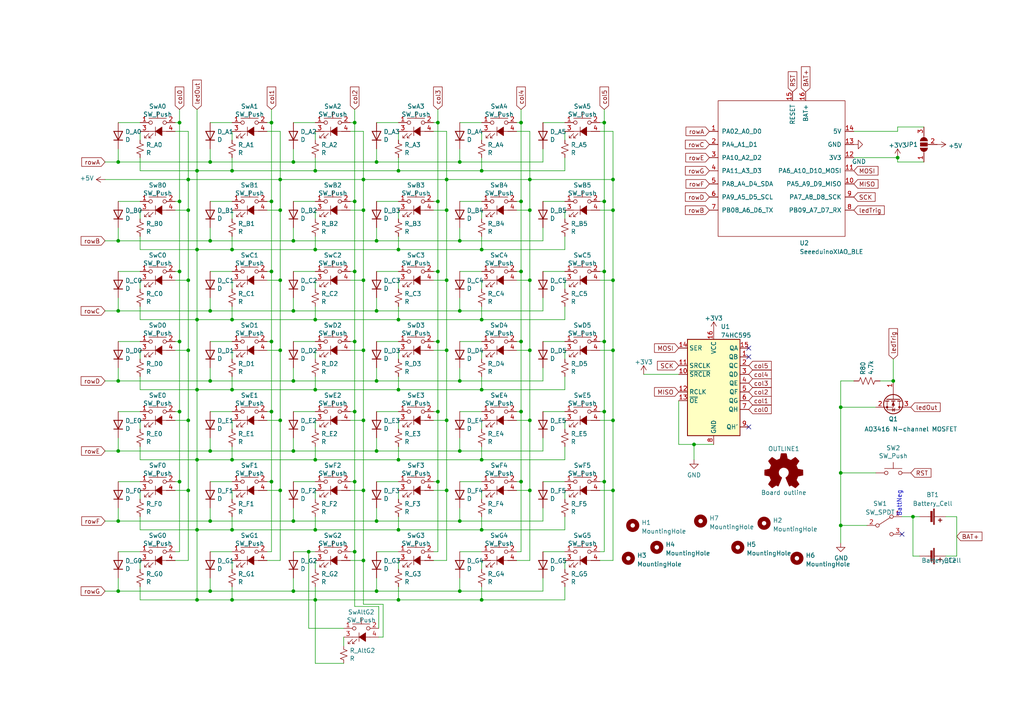
<source format=kicad_sch>
(kicad_sch (version 20231120) (generator "eeschema") (generator_version "8.0")
  (paper "A4")
  (title_block (title "rev41lp") (date "2021-04-01") (rev "0.2") (company "B_sides"))
  (junction (at 105.41 60.96))
  (junction (at 102.87 58.42))
  (junction (at 57.15 113.03))
  (junction (at 57.15 133.35))
  (junction (at 78.74 78.74))
  (junction (at 67.31 113.03))
  (junction (at 133.35 151.13))
  (junction (at 175.26 139.7))
  (junction (at 243.84 118.11))
  (junction (at 67.31 133.35))
  (junction (at 260.35 45.72))
  (junction (at 109.22 46.99))
  (junction (at 54.61 81.28))
  (junction (at 54.61 52.07))
  (junction (at 105.41 81.28))
  (junction (at 57.15 49.53))
  (junction (at 102.87 99.06))
  (junction (at 81.28 101.6))
  (junction (at 34.29 151.13))
  (junction (at 127 35.56))
  (junction (at 115.57 113.03))
  (junction (at 102.87 78.74))
  (junction (at 177.8 121.92))
  (junction (at 91.44 113.03))
  (junction (at 129.54 142.24))
  (junction (at 115.57 153.67))
  (junction (at 67.31 153.67))
  (junction (at 60.96 46.99))
  (junction (at 57.15 72.39))
  (junction (at 85.09 46.99))
  (junction (at 52.07 58.42))
  (junction (at 34.29 90.17))
  (junction (at 243.84 137.16))
  (junction (at 78.74 139.7))
  (junction (at 60.96 110.49))
  (junction (at 85.09 151.13))
  (junction (at 91.44 49.53))
  (junction (at 139.7 153.67))
  (junction (at 67.31 49.53))
  (junction (at 81.28 142.24))
  (junction (at 151.13 35.56))
  (junction (at 127 139.7))
  (junction (at 102.87 119.38))
  (junction (at 34.29 110.49))
  (junction (at 127 99.06))
  (junction (at 78.74 35.56))
  (junction (at 133.35 171.45))
  (junction (at 102.87 35.56))
  (junction (at 264.795 149.86))
  (junction (at 57.15 173.99))
  (junction (at 153.67 101.6))
  (junction (at 151.13 99.06))
  (junction (at 67.31 72.39))
  (junction (at 85.09 110.49))
  (junction (at 85.09 130.81))
  (junction (at 78.74 99.06))
  (junction (at 109.22 130.81))
  (junction (at 102.87 139.7))
  (junction (at 115.57 49.53))
  (junction (at 127 119.38))
  (junction (at 153.67 60.96))
  (junction (at 109.22 110.49))
  (junction (at 133.35 69.85))
  (junction (at 139.7 133.35))
  (junction (at 243.84 152.4))
  (junction (at 115.57 133.35))
  (junction (at 60.96 171.45))
  (junction (at 139.7 92.71))
  (junction (at 177.8 52.07))
  (junction (at 153.67 142.24))
  (junction (at 91.44 92.71))
  (junction (at 139.7 49.53))
  (junction (at 177.8 101.6))
  (junction (at 127 78.74))
  (junction (at 153.67 121.92))
  (junction (at 52.07 119.38))
  (junction (at 91.44 133.35))
  (junction (at 60.96 69.85))
  (junction (at 133.35 46.99))
  (junction (at 115.57 92.71))
  (junction (at 175.26 78.74))
  (junction (at 102.87 160.02))
  (junction (at 34.29 171.45))
  (junction (at 259.08 110.49))
  (junction (at 133.35 110.49))
  (junction (at 57.15 153.67))
  (junction (at 52.07 35.56))
  (junction (at 85.09 90.17))
  (junction (at 60.96 90.17))
  (junction (at 81.28 81.28))
  (junction (at 78.74 58.42))
  (junction (at 105.41 142.24))
  (junction (at 60.96 130.81))
  (junction (at 54.61 142.24))
  (junction (at 129.54 52.07))
  (junction (at 139.7 173.99))
  (junction (at 54.61 121.92))
  (junction (at 54.61 101.6))
  (junction (at 115.57 72.39))
  (junction (at 81.28 52.07))
  (junction (at 201.295 128.905))
  (junction (at 133.35 90.17))
  (junction (at 175.26 35.56))
  (junction (at 129.54 81.28))
  (junction (at 175.26 58.42))
  (junction (at 78.74 119.38))
  (junction (at 177.8 60.96))
  (junction (at 57.15 92.71))
  (junction (at 91.44 72.39))
  (junction (at 109.22 171.45))
  (junction (at 85.09 69.85))
  (junction (at 105.41 162.56))
  (junction (at 54.61 60.96))
  (junction (at 34.29 46.99))
  (junction (at 127 58.42))
  (junction (at 129.54 101.6))
  (junction (at 67.31 92.71))
  (junction (at 151.13 78.74))
  (junction (at 129.54 121.92))
  (junction (at 34.29 69.85))
  (junction (at 109.22 69.85))
  (junction (at 151.13 139.7))
  (junction (at 91.44 173.99))
  (junction (at 105.41 52.07))
  (junction (at 153.67 81.28))
  (junction (at 129.54 60.96))
  (junction (at 60.96 151.13))
  (junction (at 177.8 81.28))
  (junction (at 139.7 113.03))
  (junction (at 153.67 52.07))
  (junction (at 81.28 60.96))
  (junction (at 52.07 78.74))
  (junction (at 34.29 130.81))
  (junction (at 139.7 72.39))
  (junction (at 175.26 99.06))
  (junction (at 67.31 173.99))
  (junction (at 91.44 153.67))
  (junction (at 105.41 121.92))
  (junction (at 52.07 139.7))
  (junction (at 81.28 121.92))
  (junction (at 115.57 173.99))
  (junction (at 177.8 142.24))
  (junction (at 133.35 130.81))
  (junction (at 151.13 58.42))
  (junction (at 151.13 119.38))
  (junction (at 109.22 90.17))
  (junction (at 105.41 101.6))
  (junction (at 52.07 99.06))
  (junction (at 109.22 151.13))
  (junction (at 175.26 119.38))
  (junction (at 85.09 171.45))
  (junction (at 89.535 160.02))
  (no_connect (at 217.17 103.505))
  (no_connect (at 261.62 154.94))
  (no_connect (at 217.17 123.825))
  (no_connect (at 217.17 100.965))
  (wire (pts (xy 125.73 38.1) (xy 129.54 38.1)))
  (wire (pts (xy 105.41 175.26) (xy 111.125 175.26)))
  (wire (pts (xy 40.64 78.74) (xy 34.29 78.74)))
  (wire (pts (xy 175.26 78.74) (xy 173.99 78.74)))
  (wire (pts (xy 78.74 58.42) (xy 78.74 78.74)))
  (wire (pts (xy 85.09 43.18) (xy 85.09 46.99)))
  (wire (pts (xy 151.13 160.02) (xy 149.86 160.02)))
  (wire (pts (xy 85.09 106.68) (xy 85.09 110.49)))
  (wire (pts (xy 40.64 170.18) (xy 40.64 173.99)))
  (wire (pts (xy 153.67 38.1) (xy 153.67 52.07)))
  (wire (pts (xy 67.31 142.24) (xy 67.31 144.78)))
  (wire (pts (xy 105.41 52.07) (xy 105.41 60.96)))
  (wire (pts (xy 67.31 119.38) (xy 60.96 119.38)))
  (wire (pts (xy 177.8 162.56) (xy 173.99 162.56)))
  (wire (pts (xy 102.87 58.42) (xy 102.87 78.74)))
  (wire (pts (xy 163.83 162.56) (xy 163.83 165.1)))
  (wire (pts (xy 267.97 36.83) (xy 260.35 36.83)))
  (wire (pts (xy 163.83 38.1) (xy 163.83 40.64)))
  (wire (pts (xy 109.22 171.45) (xy 85.09 171.45)))
  (wire (pts (xy 34.29 127) (xy 34.29 130.81)))
  (wire (pts (xy 109.22 127) (xy 109.22 130.81)))
  (wire (pts (xy 153.67 81.28) (xy 153.67 101.6)))
  (wire (pts (xy 67.31 78.74) (xy 60.96 78.74)))
  (wire (pts (xy 57.15 72.39) (xy 57.15 92.71)))
  (wire (pts (xy 40.64 119.38) (xy 34.29 119.38)))
  (wire (pts (xy 67.31 72.39) (xy 57.15 72.39)))
  (wire (pts (xy 40.64 38.1) (xy 40.64 40.64)))
  (wire (pts (xy 163.83 81.28) (xy 163.83 83.82)))
  (wire (pts (xy 67.31 60.96) (xy 67.31 63.5)))
  (wire (pts (xy 67.31 99.06) (xy 60.96 99.06)))
  (wire (pts (xy 163.83 170.18) (xy 163.83 173.99)))
  (wire (pts (xy 101.6 38.1) (xy 105.41 38.1)))
  (wire (pts (xy 109.22 130.81) (xy 85.09 130.81)))
  (wire (pts (xy 129.54 101.6) (xy 129.54 121.92)))
  (wire (pts (xy 177.8 81.28) (xy 177.8 101.6)))
  (wire (pts (xy 157.48 147.32) (xy 157.48 151.13)))
  (wire (pts (xy 157.48 90.17) (xy 133.35 90.17)))
  (wire (pts (xy 60.96 66.04) (xy 60.96 69.85)))
  (wire (pts (xy 149.86 142.24) (xy 153.67 142.24)))
  (wire (pts (xy 91.44 101.6) (xy 91.44 104.14)))
  (wire (pts (xy 67.31 88.9) (xy 67.31 92.71)))
  (wire (pts (xy 81.28 52.07) (xy 81.28 60.96)))
  (wire (pts (xy 163.83 173.99) (xy 139.7 173.99)))
  (wire (pts (xy 254 137.16) (xy 243.84 137.16)))
  (wire (pts (xy 102.87 119.38) (xy 102.87 139.7)))
  (wire (pts (xy 177.8 142.24) (xy 177.8 162.56)))
  (wire (pts (xy 52.07 78.74) (xy 50.8 78.74)))
  (wire (pts (xy 157.48 110.49) (xy 133.35 110.49)))
  (wire (pts (xy 129.54 52.07) (xy 129.54 60.96)))
  (wire (pts (xy 115.57 170.18) (xy 115.57 173.99)))
  (wire (pts (xy 177.8 60.96) (xy 177.8 81.28)))
  (wire (pts (xy 163.83 119.38) (xy 157.48 119.38)))
  (wire (pts (xy 57.15 31.75) (xy 57.15 49.53)))
  (wire (pts (xy 115.57 78.74) (xy 109.22 78.74)))
  (wire (pts (xy 127 139.7) (xy 125.73 139.7)))
  (wire (pts (xy 52.07 78.74) (xy 52.07 99.06)))
  (wire (pts (xy 153.67 52.07) (xy 177.8 52.07)))
  (wire (pts (xy 260.35 46.99) (xy 260.35 45.72)))
  (wire (pts (xy 173.99 38.1) (xy 177.8 38.1)))
  (wire (pts (xy 78.74 58.42) (xy 77.47 58.42)))
  (wire (pts (xy 91.44 153.67) (xy 67.31 153.67)))
  (wire (pts (xy 125.73 81.28) (xy 129.54 81.28)))
  (wire (pts (xy 133.35 106.68) (xy 133.35 110.49)))
  (wire (pts (xy 77.47 38.1) (xy 81.28 38.1)))
  (wire (pts (xy 133.35 110.49) (xy 109.22 110.49)))
  (wire (pts (xy 52.07 160.02) (xy 50.8 160.02)))
  (wire (pts (xy 52.07 119.38) (xy 52.07 139.7)))
  (wire (pts (xy 139.7 170.18) (xy 139.7 173.99)))
  (wire (pts (xy 78.74 78.74) (xy 77.47 78.74)))
  (wire (pts (xy 40.64 139.7) (xy 34.29 139.7)))
  (wire (pts (xy 157.48 151.13) (xy 133.35 151.13)))
  (wire (pts (xy 50.8 38.1) (xy 54.61 38.1)))
  (wire (pts (xy 139.7 68.58) (xy 139.7 72.39)))
  (wire (pts (xy 67.31 129.54) (xy 67.31 133.35)))
  (wire (pts (xy 50.8 162.56) (xy 54.61 162.56)))
  (wire (pts (xy 34.29 130.81) (xy 30.48 130.81)))
  (wire (pts (xy 52.07 99.06) (xy 52.07 119.38)))
  (wire (pts (xy 139.7 49.53) (xy 115.57 49.53)))
  (wire (pts (xy 54.61 52.07) (xy 81.28 52.07)))
  (wire (pts (xy 173.99 81.28) (xy 177.8 81.28)))
  (wire (pts (xy 40.64 45.72) (xy 40.64 49.53)))
  (wire (pts (xy 127 119.38) (xy 127 139.7)))
  (wire (pts (xy 163.83 49.53) (xy 139.7 49.53)))
  (wire (pts (xy 60.96 86.36) (xy 60.96 90.17)))
  (wire (pts (xy 40.64 101.6) (xy 40.64 104.14)))
  (wire (pts (xy 109.22 86.36) (xy 109.22 90.17)))
  (wire (pts (xy 78.74 139.7) (xy 78.74 160.02)))
  (wire (pts (xy 89.535 160.02) (xy 85.09 160.02)))
  (wire (pts (xy 57.15 133.35) (xy 57.15 153.67)))
  (wire (pts (xy 34.29 69.85) (xy 30.48 69.85)))
  (wire (pts (xy 149.86 101.6) (xy 153.67 101.6)))
  (wire (pts (xy 57.15 49.53) (xy 67.31 49.53)))
  (wire (pts (xy 115.57 49.53) (xy 91.44 49.53)))
  (wire (pts (xy 109.22 66.04) (xy 109.22 69.85)))
  (wire (pts (xy 57.15 49.53) (xy 57.15 72.39)))
  (wire (pts (xy 91.44 173.99) (xy 115.57 173.99)))
  (wire (pts (xy 57.15 173.99) (xy 67.31 173.99)))
  (wire (pts (xy 196.85 116.205) (xy 196.85 128.905)))
  (wire (pts (xy 101.6 60.96) (xy 105.41 60.96)))
  (wire (pts (xy 115.57 119.38) (xy 109.22 119.38)))
  (wire (pts (xy 67.31 58.42) (xy 60.96 58.42)))
  (wire (pts (xy 40.64 121.92) (xy 40.64 124.46)))
  (wire (pts (xy 163.83 139.7) (xy 157.48 139.7)))
  (wire (pts (xy 102.87 78.74) (xy 102.87 99.06)))
  (wire (pts (xy 175.26 35.56) (xy 175.26 58.42)))
  (wire (pts (xy 151.13 78.74) (xy 151.13 99.06)))
  (wire (pts (xy 91.44 162.56) (xy 91.44 165.1)))
  (wire (pts (xy 115.57 99.06) (xy 109.22 99.06)))
  (wire (pts (xy 177.8 101.6) (xy 177.8 121.92)))
  (wire (pts (xy 127 99.06) (xy 127 119.38)))
  (wire (pts (xy 115.57 45.72) (xy 115.57 49.53)))
  (wire (pts (xy 78.74 35.56) (xy 78.74 58.42)))
  (wire (pts (xy 91.44 121.92) (xy 91.44 124.46)))
  (wire (pts (xy 243.84 137.16) (xy 243.84 152.4)))
  (wire (pts (xy 151.13 139.7) (xy 151.13 160.02)))
  (wire (pts (xy 78.74 31.75) (xy 78.74 35.56)))
  (wire (pts (xy 102.87 160.02) (xy 101.6 160.02)))
  (wire (pts (xy 243.84 110.49) (xy 243.84 118.11)))
  (wire (pts (xy 91.44 113.03) (xy 67.31 113.03)))
  (wire (pts (xy 40.64 133.35) (xy 57.15 133.35)))
  (wire (pts (xy 91.44 192.405) (xy 99.695 192.405)))
  (wire (pts (xy 175.26 78.74) (xy 175.26 99.06)))
  (wire (pts (xy 67.31 92.71) (xy 57.15 92.71)))
  (wire (pts (xy 133.35 90.17) (xy 109.22 90.17)))
  (wire (pts (xy 77.47 81.28) (xy 81.28 81.28)))
  (wire (pts (xy 67.31 38.1) (xy 67.31 40.64)))
  (wire (pts (xy 99.695 184.785) (xy 99.695 187.325)))
  (wire (pts (xy 139.7 72.39) (xy 115.57 72.39)))
  (wire (pts (xy 149.86 38.1) (xy 153.67 38.1)))
  (wire (pts (xy 57.15 133.35) (xy 67.31 133.35)))
  (wire (pts (xy 163.83 60.96) (xy 163.83 63.5)))
  (wire (pts (xy 105.41 142.24) (xy 105.41 162.56)))
  (wire (pts (xy 133.35 66.04) (xy 133.35 69.85)))
  (wire (pts (xy 196.85 128.905) (xy 201.295 128.905)))
  (wire (pts (xy 115.57 81.28) (xy 115.57 83.82)))
  (wire (pts (xy 67.31 121.92) (xy 67.31 124.46)))
  (wire (pts (xy 101.6 81.28) (xy 105.41 81.28)))
  (wire (pts (xy 40.64 81.28) (xy 40.64 83.82)))
  (wire (pts (xy 60.96 127) (xy 60.96 130.81)))
  (wire (pts (xy 52.07 99.06) (xy 50.8 99.06)))
  (wire (pts (xy 139.7 129.54) (xy 139.7 133.35)))
  (wire (pts (xy 101.6 142.24) (xy 105.41 142.24)))
  (wire (pts (xy 67.31 170.18) (xy 67.31 173.99)))
  (wire (pts (xy 54.61 52.07) (xy 54.61 60.96)))
  (wire (pts (xy 67.31 113.03) (xy 57.15 113.03)))
  (wire (pts (xy 109.22 110.49) (xy 85.09 110.49)))
  (wire (pts (xy 115.57 58.42) (xy 109.22 58.42)))
  (wire (pts (xy 78.74 99.06) (xy 78.74 119.38)))
  (wire (pts (xy 151.13 58.42) (xy 151.13 78.74)))
  (wire (pts (xy 115.57 72.39) (xy 91.44 72.39)))
  (wire (pts (xy 77.47 101.6) (xy 81.28 101.6)))
  (wire (pts (xy 101.6 162.56) (xy 105.41 162.56)))
  (wire (pts (xy 34.29 106.68) (xy 34.29 110.49)))
  (wire (pts (xy 133.35 86.36) (xy 133.35 90.17)))
  (wire (pts (xy 52.07 119.38) (xy 50.8 119.38)))
  (wire (pts (xy 139.7 99.06) (xy 133.35 99.06)))
  (wire (pts (xy 40.64 173.99) (xy 57.15 173.99)))
  (wire (pts (xy 153.67 142.24) (xy 153.67 162.56)))
  (wire (pts (xy 34.29 151.13) (xy 30.48 151.13)))
  (wire (pts (xy 54.61 38.1) (xy 54.61 52.07)))
  (wire (pts (xy 163.83 88.9) (xy 163.83 92.71)))
  (wire (pts (xy 127 58.42) (xy 127 78.74)))
  (wire (pts (xy 157.48 171.45) (xy 133.35 171.45)))
  (wire (pts (xy 34.29 66.04) (xy 34.29 69.85)))
  (wire (pts (xy 81.28 81.28) (xy 81.28 101.6)))
  (wire (pts (xy 177.8 52.07) (xy 177.8 60.96)))
  (wire (pts (xy 125.73 101.6) (xy 129.54 101.6)))
  (wire (pts (xy 40.64 58.42) (xy 34.29 58.42)))
  (wire (pts (xy 127 119.38) (xy 125.73 119.38)))
  (wire (pts (xy 109.855 175.895) (xy 109.855 182.245)))
  (wire (pts (xy 115.57 113.03) (xy 91.44 113.03)))
  (wire (pts (xy 57.15 92.71) (xy 57.15 113.03)))
  (wire (pts (xy 78.74 78.74) (xy 78.74 99.06)))
  (wire (pts (xy 60.96 106.68) (xy 60.96 110.49)))
  (wire (pts (xy 91.44 173.99) (xy 91.44 192.405)))
  (wire (pts (xy 264.795 149.86) (xy 264.795 161.29)))
  (wire (pts (xy 81.28 101.6) (xy 81.28 121.92)))
  (wire (pts (xy 139.7 38.1) (xy 139.7 40.64)))
  (wire (pts (xy 115.57 149.86) (xy 115.57 153.67)))
  (wire (pts (xy 264.795 161.29) (xy 266.7 161.29)))
  (wire (pts (xy 40.64 99.06) (xy 34.29 99.06)))
  (wire (pts (xy 151.13 119.38) (xy 151.13 139.7)))
  (wire (pts (xy 60.96 151.13) (xy 34.29 151.13)))
  (wire (pts (xy 91.44 78.74) (xy 85.09 78.74)))
  (wire (pts (xy 50.8 101.6) (xy 54.61 101.6)))
  (wire (pts (xy 139.7 88.9) (xy 139.7 92.71)))
  (wire (pts (xy 91.44 88.9) (xy 91.44 92.71)))
  (wire (pts (xy 153.67 52.07) (xy 153.67 60.96)))
  (wire (pts (xy 102.87 31.75) (xy 102.87 35.56)))
  (wire (pts (xy 102.87 160.02) (xy 102.87 175.895)))
  (wire (pts (xy 102.87 78.74) (xy 101.6 78.74)))
  (wire (pts (xy 102.87 99.06) (xy 101.6 99.06)))
  (wire (pts (xy 34.29 147.32) (xy 34.29 151.13)))
  (wire (pts (xy 247.65 110.49) (xy 243.84 110.49)))
  (wire (pts (xy 129.54 142.24) (xy 129.54 162.56)))
  (wire (pts (xy 50.8 81.28) (xy 54.61 81.28)))
  (wire (pts (xy 102.87 175.895) (xy 109.855 175.895)))
  (wire (pts (xy 67.31 160.02) (xy 60.96 160.02)))
  (wire (pts (xy 139.7 113.03) (xy 115.57 113.03)))
  (wire (pts (xy 175.26 31.75) (xy 175.26 35.56)))
  (wire (pts (xy 151.13 58.42) (xy 149.86 58.42)))
  (wire (pts (xy 243.84 118.11) (xy 243.84 137.16)))
  (wire (pts (xy 133.35 147.32) (xy 133.35 151.13)))
  (wire (pts (xy 175.26 58.42) (xy 173.99 58.42)))
  (wire (pts (xy 91.44 99.06) (xy 85.09 99.06)))
  (wire (pts (xy 91.44 139.7) (xy 85.09 139.7)))
  (wire (pts (xy 91.44 38.1) (xy 91.44 40.64)))
  (wire (pts (xy 85.09 147.32) (xy 85.09 151.13)))
  (wire (pts (xy 149.86 121.92) (xy 153.67 121.92)))
  (wire (pts (xy 125.73 121.92) (xy 129.54 121.92)))
  (wire (pts (xy 34.29 86.36) (xy 34.29 90.17)))
  (wire (pts (xy 151.13 119.38) (xy 149.86 119.38)))
  (wire (pts (xy 78.74 35.56) (xy 77.47 35.56)))
  (wire (pts (xy 115.57 92.71) (xy 91.44 92.71)))
  (wire (pts (xy 67.31 101.6) (xy 67.31 104.14)))
  (wire (pts (xy 139.7 35.56) (xy 133.35 35.56)))
  (wire (pts (xy 40.64 35.56) (xy 34.29 35.56)))
  (wire (pts (xy 89.535 182.245) (xy 89.535 160.02)))
  (wire (pts (xy 57.15 153.67) (xy 57.15 173.99)))
  (wire (pts (xy 139.7 162.56) (xy 139.7 165.1)))
  (wire (pts (xy 77.47 60.96) (xy 81.28 60.96)))
  (wire (pts (xy 163.83 45.72) (xy 163.83 49.53)))
  (wire (pts (xy 115.57 139.7) (xy 109.22 139.7)))
  (wire (pts (xy 60.96 90.17) (xy 34.29 90.17)))
  (wire (pts (xy 175.26 139.7) (xy 173.99 139.7)))
  (wire (pts (xy 52.07 58.42) (xy 52.07 78.74)))
  (wire (pts (xy 139.7 119.38) (xy 133.35 119.38)))
  (wire (pts (xy 40.64 160.02) (xy 34.29 160.02)))
  (wire (pts (xy 163.83 68.58) (xy 163.83 72.39)))
  (wire (pts (xy 91.44 72.39) (xy 67.31 72.39)))
  (wire (pts (xy 91.44 170.18) (xy 91.44 173.99)))
  (wire (pts (xy 163.83 58.42) (xy 157.48 58.42)))
  (wire (pts (xy 151.13 78.74) (xy 149.86 78.74)))
  (wire (pts (xy 91.44 58.42) (xy 85.09 58.42)))
  (wire (pts (xy 139.7 149.86) (xy 139.7 153.67)))
  (wire (pts (xy 52.07 139.7) (xy 50.8 139.7)))
  (wire (pts (xy 57.15 72.39) (xy 40.64 72.39)))
  (wire (pts (xy 34.29 90.17) (xy 30.48 90.17)))
  (wire (pts (xy 67.31 162.56) (xy 67.31 165.1)))
  (wire (pts (xy 163.83 133.35) (xy 139.7 133.35)))
  (wire (pts (xy 139.7 153.67) (xy 115.57 153.67)))
  (wire (pts (xy 77.47 121.92) (xy 81.28 121.92)))
  (wire (pts (xy 207.01 128.905) (xy 201.295 128.905)))
  (wire (pts (xy 139.7 139.7) (xy 133.35 139.7)))
  (wire (pts (xy 129.54 60.96) (xy 129.54 81.28)))
  (wire (pts (xy 34.29 167.64) (xy 34.29 171.45)))
  (wire (pts (xy 50.8 60.96) (xy 54.61 60.96)))
  (wire (pts (xy 153.67 101.6) (xy 153.67 121.92)))
  (wire (pts (xy 85.09 90.17) (xy 60.96 90.17)))
  (wire (pts (xy 91.44 109.22) (xy 91.44 113.03)))
  (wire (pts (xy 85.09 127) (xy 85.09 130.81)))
  (wire (pts (xy 85.09 86.36) (xy 85.09 90.17)))
  (wire (pts (xy 91.44 119.38) (xy 85.09 119.38)))
  (wire (pts (xy 125.73 142.24) (xy 129.54 142.24)))
  (wire (pts (xy 52.07 35.56) (xy 50.8 35.56)))
  (wire (pts (xy 78.74 160.02) (xy 77.47 160.02)))
  (wire (pts (xy 175.26 99.06) (xy 175.26 119.38)))
  (wire (pts (xy 115.57 109.22) (xy 115.57 113.03)))
  (wire (pts (xy 85.09 167.64) (xy 85.09 171.45)))
  (wire (pts (xy 40.64 153.67) (xy 57.15 153.67)))
  (wire (pts (xy 153.67 60.96) (xy 153.67 81.28)))
  (wire (pts (xy 127 78.74) (xy 127 99.06)))
  (wire (pts (xy 177.8 121.92) (xy 177.8 142.24)))
  (wire (pts (xy 149.86 162.56) (xy 153.67 162.56)))
  (wire (pts (xy 255.27 110.49) (xy 259.08 110.49)))
  (wire (pts (xy 67.31 149.86) (xy 67.31 153.67)))
  (wire (pts (xy 52.07 31.75) (xy 52.07 35.56)))
  (wire (pts (xy 163.83 92.71) (xy 139.7 92.71)))
  (wire (pts (xy 102.87 119.38) (xy 101.6 119.38)))
  (wire (pts (xy 91.44 149.86) (xy 91.44 153.67)))
  (wire (pts (xy 85.09 151.13) (xy 60.96 151.13)))
  (wire (pts (xy 264.795 149.86) (xy 266.7 149.86)))
  (wire (pts (xy 105.41 60.96) (xy 105.41 81.28)))
  (wire (pts (xy 101.6 121.92) (xy 105.41 121.92)))
  (wire (pts (xy 109.22 106.68) (xy 109.22 110.49)))
  (wire (pts (xy 153.67 121.92) (xy 153.67 142.24)))
  (wire (pts (xy 60.96 130.81) (xy 34.29 130.81)))
  (wire (pts (xy 52.07 139.7) (xy 52.07 160.02)))
  (wire (pts (xy 40.64 60.96) (xy 40.64 63.5)))
  (wire (pts (xy 260.35 36.83) (xy 260.35 38.1)))
  (wire (pts (xy 57.15 113.03) (xy 40.64 113.03)))
  (wire (pts (xy 196.85 108.585) (xy 186.69 108.585)))
  (wire (pts (xy 105.41 52.07) (xy 129.54 52.07)))
  (wire (pts (xy 151.13 31.75) (xy 151.13 35.56)))
  (wire (pts (xy 91.44 160.02) (xy 89.535 160.02)))
  (wire (pts (xy 81.28 52.07) (xy 105.41 52.07)))
  (wire (pts (xy 105.41 101.6) (xy 105.41 121.92)))
  (wire (pts (xy 67.31 68.58) (xy 67.31 72.39)))
  (wire (pts (xy 52.07 35.56) (xy 52.07 58.42)))
  (wire (pts (xy 115.57 88.9) (xy 115.57 92.71)))
  (wire (pts (xy 54.61 60.96) (xy 54.61 81.28)))
  (wire (pts (xy 40.64 142.24) (xy 40.64 144.78)))
  (wire (pts (xy 78.74 139.7) (xy 77.47 139.7)))
  (wire (pts (xy 85.09 66.04) (xy 85.09 69.85)))
  (wire (pts (xy 175.26 35.56) (xy 173.99 35.56)))
  (wire (pts (xy 115.57 133.35) (xy 91.44 133.35)))
  (wire (pts (xy 139.7 45.72) (xy 139.7 49.53)))
  (wire (pts (xy 78.74 99.06) (xy 77.47 99.06)))
  (wire (pts (xy 115.57 142.24) (xy 115.57 144.78)))
  (wire (pts (xy 163.83 78.74) (xy 157.48 78.74)))
  (wire (pts (xy 163.83 72.39) (xy 139.7 72.39)))
  (wire (pts (xy 163.83 113.03) (xy 139.7 113.03)))
  (wire (pts (xy 157.48 66.04) (xy 157.48 69.85)))
  (wire (pts (xy 81.28 60.96) (xy 81.28 81.28)))
  (wire (pts (xy 129.54 52.07) (xy 153.67 52.07)))
  (wire (pts (xy 139.7 160.02) (xy 133.35 160.02)))
  (wire (pts (xy 163.83 101.6) (xy 163.83 104.14)))
  (wire (pts (xy 274.32 161.29) (xy 277.495 161.29)))
  (wire (pts (xy 81.28 38.1) (xy 81.28 52.07)))
  (wire (pts (xy 91.44 173.99) (xy 67.31 173.99)))
  (wire (pts (xy 157.48 43.18) (xy 157.48 46.99)))
  (wire (pts (xy 34.29 171.45) (xy 30.48 171.45)))
  (wire (pts (xy 60.96 171.45) (xy 34.29 171.45)))
  (wire (pts (xy 175.26 139.7) (xy 175.26 160.02)))
  (wire (pts (xy 139.7 58.42) (xy 133.35 58.42)))
  (wire (pts (xy 40.64 129.54) (xy 40.64 133.35)))
  (wire (pts (xy 139.7 92.71) (xy 115.57 92.71)))
  (wire (pts (xy 129.54 81.28) (xy 129.54 101.6)))
  (wire (pts (xy 177.8 38.1) (xy 177.8 52.07)))
  (wire (pts (xy 102.87 35.56) (xy 101.6 35.56)))
  (wire (pts (xy 163.83 35.56) (xy 157.48 35.56)))
  (wire (pts (xy 60.96 147.32) (xy 60.96 151.13)))
  (wire (pts (xy 125.73 162.56) (xy 129.54 162.56)))
  (wire (pts (xy 175.26 99.06) (xy 173.99 99.06)))
  (wire (pts (xy 151.13 139.7) (xy 149.86 139.7)))
  (wire (pts (xy 91.44 49.53) (xy 67.31 49.53)))
  (wire (pts (xy 40.64 68.58) (xy 40.64 72.39)))
  (wire (pts (xy 115.57 129.54) (xy 115.57 133.35)))
  (wire (pts (xy 105.41 38.1) (xy 105.41 52.07)))
  (wire (pts (xy 109.22 90.17) (xy 85.09 90.17)))
  (wire (pts (xy 67.31 45.72) (xy 67.31 49.53)))
  (wire (pts (xy 151.13 99.06) (xy 149.86 99.06)))
  (wire (pts (xy 101.6 101.6) (xy 105.41 101.6)))
  (wire (pts (xy 163.83 129.54) (xy 163.83 133.35)))
  (wire (pts (xy 34.29 110.49) (xy 30.48 110.49)))
  (wire (pts (xy 127 78.74) (xy 125.73 78.74)))
  (wire (pts (xy 115.57 60.96) (xy 115.57 63.5)))
  (wire (pts (xy 133.35 130.81) (xy 109.22 130.81)))
  (wire (pts (xy 149.86 60.96) (xy 153.67 60.96)))
  (wire (pts (xy 34.29 46.99) (xy 30.48 46.99)))
  (wire (pts (xy 52.07 58.42) (xy 50.8 58.42)))
  (wire (pts (xy 85.09 46.99) (xy 60.96 46.99)))
  (wire (pts (xy 175.26 119.38) (xy 173.99 119.38)))
  (wire (pts (xy 81.28 121.92) (xy 81.28 142.24)))
  (wire (pts (xy 139.7 60.96) (xy 139.7 63.5)))
  (wire (pts (xy 40.64 149.86) (xy 40.64 153.67)))
  (wire (pts (xy 54.61 121.92) (xy 54.61 142.24)))
  (wire (pts (xy 109.22 167.64) (xy 109.22 171.45)))
  (wire (pts (xy 109.22 69.85) (xy 85.09 69.85)))
  (wire (pts (xy 111.125 175.26) (xy 111.125 184.785)))
  (wire (pts (xy 254 118.11) (xy 243.84 118.11)))
  (wire (pts (xy 157.48 86.36) (xy 157.48 90.17)))
  (wire (pts (xy 60.96 110.49) (xy 34.29 110.49)))
  (wire (pts (xy 91.44 35.56) (xy 85.09 35.56)))
  (wire (pts (xy 102.87 35.56) (xy 102.87 58.42)))
  (wire (pts (xy 67.31 109.22) (xy 67.31 113.03)))
  (wire (pts (xy 133.35 46.99) (xy 109.22 46.99)))
  (wire (pts (xy 109.22 151.13) (xy 85.09 151.13)))
  (wire (pts (xy 139.7 78.74) (xy 133.35 78.74)))
  (wire (pts (xy 85.09 110.49) (xy 60.96 110.49)))
  (wire (pts (xy 102.87 99.06) (xy 102.87 119.38)))
  (wire (pts (xy 127 58.42) (xy 125.73 58.42)))
  (wire (pts (xy 54.61 81.28) (xy 54.61 101.6)))
  (wire (pts (xy 163.83 142.24) (xy 163.83 144.78)))
  (wire (pts (xy 40.64 88.9) (xy 40.64 92.71)))
  (wire (pts (xy 40.64 109.22) (xy 40.64 113.03)))
  (wire (pts (xy 109.22 46.99) (xy 85.09 46.99)))
  (wire (pts (xy 40.64 162.56) (xy 40.64 165.1)))
  (wire (pts (xy 60.96 171.45) (xy 85.09 171.45)))
  (wire (pts (xy 151.13 99.06) (xy 151.13 119.38)))
  (wire (pts (xy 201.295 128.905) (xy 201.295 133.35)))
  (wire (pts (xy 127 35.56) (xy 127 58.42)))
  (wire (pts (xy 115.57 101.6) (xy 115.57 104.14)))
  (wire (pts (xy 133.35 69.85) (xy 109.22 69.85)))
  (wire (pts (xy 109.22 147.32) (xy 109.22 151.13)))
  (wire (pts (xy 105.41 121.92) (xy 105.41 142.24)))
  (wire (pts (xy 50.8 121.92) (xy 54.61 121.92)))
  (wire (pts (xy 133.35 127) (xy 133.35 130.81)))
  (wire (pts (xy 243.84 152.4) (xy 243.84 157.48)))
  (wire (pts (xy 163.83 99.06) (xy 157.48 99.06)))
  (wire (pts (xy 163.83 149.86) (xy 163.83 153.67)))
  (wire (pts (xy 151.13 35.56) (xy 149.86 35.56)))
  (wire (pts (xy 127 99.06) (xy 125.73 99.06)))
  (wire (pts (xy 91.44 60.96) (xy 91.44 63.5)))
  (wire (pts (xy 78.74 119.38) (xy 77.47 119.38)))
  (wire (pts (xy 115.57 38.1) (xy 115.57 40.64)))
  (wire (pts (xy 34.29 43.18) (xy 34.29 46.99)))
  (wire (pts (xy 129.54 38.1) (xy 129.54 52.07)))
  (wire (pts (xy 251.46 152.4) (xy 243.84 152.4)))
  (wire (pts (xy 267.97 46.99) (xy 260.35 46.99)))
  (wire (pts (xy 57.15 113.03) (xy 57.15 133.35)))
  (wire (pts (xy 139.7 81.28) (xy 139.7 83.82)))
  (wire (pts (xy 91.44 92.71) (xy 67.31 92.71)))
  (wire (pts (xy 60.96 46.99) (xy 34.29 46.99)))
  (wire (pts (xy 163.83 153.67) (xy 139.7 153.67)))
  (wire (pts (xy 54.61 142.24) (xy 54.61 162.56)))
  (wire (pts (xy 163.83 160.02) (xy 157.48 160.02)))
  (wire (pts (xy 57.15 153.67) (xy 67.31 153.67)))
  (wire (pts (xy 133.35 151.13) (xy 109.22 151.13)))
  (wire (pts (xy 67.31 139.7) (xy 60.96 139.7)))
  (wire (pts (xy 175.26 58.42) (xy 175.26 78.74)))
  (wire (pts (xy 151.13 35.56) (xy 151.13 58.42)))
  (wire (pts (xy 149.86 81.28) (xy 153.67 81.28)))
  (wire (pts (xy 127 139.7) (xy 127 160.02)))
  (wire (pts (xy 157.48 106.68) (xy 157.48 110.49)))
  (wire (pts (xy 67.31 35.56) (xy 60.96 35.56)))
  (wire (pts (xy 261.62 149.86) (xy 264.795 149.86)))
  (wire (pts (xy 133.35 167.64) (xy 133.35 171.45)))
  (wire (pts (xy 77.47 162.56) (xy 81.28 162.56)))
  (wire (pts (xy 102.87 139.7) (xy 101.6 139.7)))
  (wire (pts (xy 91.44 68.58) (xy 91.44 72.39)))
  (wire (pts (xy 175.26 160.02) (xy 173.99 160.02)))
  (wire (pts (xy 81.28 142.24) (xy 81.28 162.56)))
  (wire (pts (xy 139.7 121.92) (xy 139.7 124.46)))
  (wire (pts (xy 139.7 133.35) (xy 115.57 133.35)))
  (wire (pts (xy 77.47 142.24) (xy 81.28 142.24)))
  (wire (pts (xy 91.44 142.24) (xy 91.44 144.78)))
  (wire (pts (xy 115.57 68.58) (xy 115.57 72.39)))
  (wire (pts (xy 163.83 121.92) (xy 163.83 124.46)))
  (wire (pts (xy 163.83 109.22) (xy 163.83 113.03)))
  (wire (pts (xy 111.125 184.785) (xy 109.855 184.785)))
  (wire (pts (xy 173.99 101.6) (xy 177.8 101.6)))
  (wire (pts (xy 60.96 43.18) (xy 60.96 46.99)))
  (wire (pts (xy 127 31.75) (xy 127 35.56)))
  (wire (pts (xy 115.57 35.56) (xy 109.22 35.56)))
  (wire (pts (xy 91.44 81.28) (xy 91.44 83.82)))
  (wire (pts (xy 157.48 127) (xy 157.48 130.81)))
  (wire (pts (xy 50.8 142.24) (xy 54.61 142.24)))
  (wire (pts (xy 157.48 69.85) (xy 133.35 69.85)))
  (wire (pts (xy 247.65 38.1) (xy 260.35 38.1)))
  (wire (pts (xy 127 160.02) (xy 125.73 160.02)))
  (wire (pts (xy 129.54 121.92) (xy 129.54 142.24)))
  (wire (pts (xy 91.44 129.54) (xy 91.44 133.35)))
  (wire (pts (xy 102.87 139.7) (xy 102.87 160.02)))
  (wire (pts (xy 173.99 60.96) (xy 177.8 60.96)))
  (wire (pts (xy 133.35 43.18) (xy 133.35 46.99)))
  (wire (pts (xy 115.57 121.92) (xy 115.57 124.46)))
  (wire (pts (xy 67.31 81.28) (xy 67.31 83.82)))
  (wire (pts (xy 78.74 119.38) (xy 78.74 139.7)))
  (wire (pts (xy 139.7 109.22) (xy 139.7 113.03)))
  (wire (pts (xy 173.99 142.24) (xy 177.8 142.24)))
  (wire (pts (xy 139.7 142.24) (xy 139.7 144.78)))
  (wire (pts (xy 157.48 46.99) (xy 133.35 46.99)))
  (wire (pts (xy 115.57 160.02) (xy 109.22 160.02)))
  (wire (pts (xy 125.73 60.96) (xy 129.54 60.96)))
  (wire (pts (xy 175.26 119.38) (xy 175.26 139.7)))
  (wire (pts (xy 260.35 45.72) (xy 247.65 45.72)))
  (wire (pts (xy 139.7 101.6) (xy 139.7 104.14)))
  (wire (pts (xy 30.48 52.07) (xy 54.61 52.07)))
  (wire (pts (xy 115.57 162.56) (xy 115.57 165.1)))
  (wire (pts (xy 127 35.56) (xy 125.73 35.56)))
  (wire (pts (xy 91.44 45.72) (xy 91.44 49.53)))
  (wire (pts (xy 274.32 149.86) (xy 277.495 149.86)))
  (wire (pts (xy 277.495 149.86) (xy 277.495 161.29)))
  (wire (pts (xy 85.09 69.85) (xy 60.96 69.85)))
  (wire (pts (xy 259.08 104.14) (xy 259.08 110.49)))
  (wire (pts (xy 109.22 43.18) (xy 109.22 46.99)))
  (wire (pts (xy 85.09 130.81) (xy 60.96 130.81)))
  (wire (pts (xy 57.15 92.71) (xy 40.64 92.71)))
  (wire (pts (xy 105.41 162.56) (xy 105.41 175.26)))
  (wire (pts (xy 173.99 121.92) (xy 177.8 121.92)))
  (wire (pts (xy 157.48 167.64) (xy 157.48 171.45)))
  (wire (pts (xy 105.41 81.28) (xy 105.41 101.6)))
  (wire (pts (xy 139.7 173.99) (xy 115.57 173.99)))
  (wire (pts (xy 133.35 171.45) (xy 109.22 171.45)))
  (wire (pts (xy 157.48 130.81) (xy 133.35 130.81)))
  (wire (pts (xy 60.96 167.64) (xy 60.96 171.45)))
  (wire (pts (xy 115.57 153.67) (xy 91.44 153.67)))
  (wire (pts (xy 91.44 133.35) (xy 67.31 133.35)))
  (wire (pts (xy 54.61 101.6) (xy 54.61 121.92)))
  (wire (pts (xy 102.87 58.42) (xy 101.6 58.42)))
  (wire (pts (xy 99.695 182.245) (xy 89.535 182.245)))
  (wire (pts (xy 40.64 49.53) (xy 57.15 49.53)))
  (wire (pts (xy 60.96 69.85) (xy 34.29 69.85)))
  (text "BattNeg" (at 261.62 149.86 90) (effects (font (size 1.27 1.27)) (justify left bottom)))
  (global_label "BAT+" (shape input) (at 233.68 26.67 90) (property "Intersheetrefs" "${INTERSHEET_REFS}" (effects (hide yes))))
  (global_label "col4" (shape input) (at 151.13 31.75 90) (property "Intersheetrefs" "${INTERSHEET_REFS}" (effects (hide yes))))
  (global_label "rowD" (shape input) (at 205.74 57.15 180) (property "Intersheetrefs" "${INTERSHEET_REFS}" (effects (hide yes))))
  (global_label "ledTrig" (shape input) (at 247.65 60.96 0) (property "Intersheetrefs" "${INTERSHEET_REFS}" (effects (hide yes))))
  (global_label "rowC" (shape input) (at 205.74 41.91 180) (property "Intersheetrefs" "${INTERSHEET_REFS}" (effects (hide yes))))
  (global_label "ledTrig" (shape input) (at 259.08 104.14 90) (property "Intersheetrefs" "${INTERSHEET_REFS}" (effects (hide yes))))
  (global_label "rowA" (shape input) (at 205.74 38.1 180) (property "Intersheetrefs" "${INTERSHEET_REFS}" (effects (hide yes))))
  (global_label "col1" (shape input) (at 78.74 31.75 90) (property "Intersheetrefs" "${INTERSHEET_REFS}" (effects (hide yes))))
  (global_label "ledOut" (shape input) (at 57.15 31.75 90) (property "Intersheetrefs" "${INTERSHEET_REFS}" (effects (hide yes))))
  (global_label "rowE" (shape input) (at 205.74 45.72 180) (property "Intersheetrefs" "${INTERSHEET_REFS}" (effects (hide yes))))
  (global_label "RST" (shape input) (at 264.16 137.16 0) (property "Intersheetrefs" "${INTERSHEET_REFS}" (effects (hide yes))))
  (global_label "rowF" (shape input) (at 30.48 151.13 180) (property "Intersheetrefs" "${INTERSHEET_REFS}" (effects (hide yes))))
  (global_label "rowB" (shape input) (at 30.48 69.85 180) (property "Intersheetrefs" "${INTERSHEET_REFS}" (effects (hide yes))))
  (global_label "col3" (shape input) (at 127 31.75 90) (property "Intersheetrefs" "${INTERSHEET_REFS}" (effects (hide yes))))
  (global_label "col1" (shape input) (at 217.17 116.205 0) (property "Intersheetrefs" "${INTERSHEET_REFS}" (effects (hide yes))))
  (global_label "col2" (shape input) (at 217.17 113.665 0) (property "Intersheetrefs" "${INTERSHEET_REFS}" (effects (hide yes))))
  (global_label "BAT+" (shape input) (at 277.495 155.575 0) (property "Intersheetrefs" "${INTERSHEET_REFS}" (effects (hide yes))))
  (global_label "col5" (shape input) (at 217.17 106.045 0) (property "Intersheetrefs" "${INTERSHEET_REFS}" (effects (hide yes))))
  (global_label "col5" (shape input) (at 175.26 31.75 90) (property "Intersheetrefs" "${INTERSHEET_REFS}" (effects (hide yes))))
  (global_label "rowC" (shape input) (at 30.48 90.17 180) (property "Intersheetrefs" "${INTERSHEET_REFS}" (effects (hide yes))))
  (global_label "MISO" (shape input) (at 196.85 113.665 180) (property "Intersheetrefs" "${INTERSHEET_REFS}" (effects (hide yes))))
  (global_label "rowE" (shape input) (at 30.48 130.81 180) (property "Intersheetrefs" "${INTERSHEET_REFS}" (effects (hide yes))))
  (global_label "rowG" (shape input) (at 205.74 49.53 180) (property "Intersheetrefs" "${INTERSHEET_REFS}" (effects (hide yes))))
  (global_label "col0" (shape input) (at 217.17 118.745 0) (property "Intersheetrefs" "${INTERSHEET_REFS}" (effects (hide yes))))
  (global_label "MOSI" (shape input) (at 247.65 49.53 0) (property "Intersheetrefs" "${INTERSHEET_REFS}" (effects (hide yes))))
  (global_label "MOSI" (shape input) (at 196.85 100.965 180) (property "Intersheetrefs" "${INTERSHEET_REFS}" (effects (hide yes))))
  (global_label "SCK" (shape input) (at 196.85 106.045 180) (property "Intersheetrefs" "${INTERSHEET_REFS}" (effects (hide yes))))
  (global_label "col3" (shape input) (at 217.17 111.125 0) (property "Intersheetrefs" "${INTERSHEET_REFS}" (effects (hide yes))))
  (global_label "rowB" (shape input) (at 205.74 60.96 180) (property "Intersheetrefs" "${INTERSHEET_REFS}" (effects (hide yes))))
  (global_label "rowG" (shape input) (at 30.48 171.45 180) (property "Intersheetrefs" "${INTERSHEET_REFS}" (effects (hide yes))))
  (global_label "SCK" (shape input) (at 247.65 57.15 0) (property "Intersheetrefs" "${INTERSHEET_REFS}" (effects (hide yes))))
  (global_label "rowA" (shape input) (at 30.48 46.99 180) (property "Intersheetrefs" "${INTERSHEET_REFS}" (effects (hide yes))))
  (global_label "ledOut" (shape input) (at 264.16 118.11 0) (property "Intersheetrefs" "${INTERSHEET_REFS}" (effects (hide yes))))
  (global_label "col0" (shape input) (at 52.07 31.75 90) (property "Intersheetrefs" "${INTERSHEET_REFS}" (effects (hide yes))))
  (global_label "RST" (shape input) (at 229.87 26.67 90) (property "Intersheetrefs" "${INTERSHEET_REFS}" (effects (hide yes))))
  (global_label "rowD" (shape input) (at 30.48 110.49 180) (property "Intersheetrefs" "${INTERSHEET_REFS}" (effects (hide yes))))
  (global_label "col2" (shape input) (at 102.87 31.75 90) (property "Intersheetrefs" "${INTERSHEET_REFS}" (effects (hide yes))))
  (global_label "MISO" (shape input) (at 247.65 53.34 0) (property "Intersheetrefs" "${INTERSHEET_REFS}" (effects (hide yes))))
  (global_label "col4" (shape input) (at 217.17 108.585 0) (property "Intersheetrefs" "${INTERSHEET_REFS}" (effects (hide yes))))
  (global_label "rowF" (shape input) (at 205.74 53.34 180) (property "Intersheetrefs" "${INTERSHEET_REFS}" (effects (hide yes))))
  (symbol (lib_id "revxlp:GND") (at 247.65 41.91 90) (unit 1)
    (property "Reference" "#PWR0102" (effects (hide yes)))
    (property "Value" "GND" (at 247.0912 46.863 90) (effects (justify right)))
  )
  (symbol (lib_id "revxlp:SW_Push_LED") (at 45.72 38.1 0) (unit 1)
    (property "Reference" "SwA0" (at 45.72 30.861 0))
    (property "Value" "SW_Push" (at 45.72 33.1724 0))
    (property "Footprint" "revxlp:PG1350_socket_smdLed" (effects (hide yes)))
    (property "Config" "+top, +10u" (effects (hide yes)))
    (property "bottom:Footprint" "revxlp:empty" (effects (hide yes)))
    (property "top:Footprint" "revxlp:pg1350_plate_cut" (effects (hide yes)))
    (property "10u:Footprint" "revxlp:empty" (effects (hide yes)))
    (property "10u-bottom:Footprint" "revxlp:empty" (effects (hide yes)))
    (property "10u-top:Footprint" "revxlp:pg1350_plate_cut" (effects (hide yes)))
  )
  (symbol (lib_id "revxlp:D") (at 34.29 39.37 90) (unit 1)
    (property "Reference" "D_A0" (at 36.322 38.2016 90) (effects (justify right)))
    (property "Value" "D" (at 36.322 40.513 90) (effects (justify right)))
    (property "Footprint" "Diode_SMD:D_1206_3216Metric_Pad1.42x1.75mm_HandSolder" (effects (hide yes)))
    (property "lcsc part number" "C81598" (effects (hide yes)))
    (property "Config" "+10u" (effects (hide yes)))
    (property "bottom:Footprint" "revxlp:empty" (effects (hide yes)))
    (property "top:Footprint" "revxlp:empty" (effects (hide yes)))
    (property "10u:Footprint" "revxlp:empty" (effects (hide yes)))
    (property "10u-bottom:Footprint" "revxlp:empty" (effects (hide yes)))
    (property "10u-top:Footprint" "revxlp:empty" (effects (hide yes)))
  )
  (symbol (lib_id "revxlp:SW_SPDT") (at 256.54 152.4 0) (unit 1)
    (property "Reference" "SW1" (at 255.27 146.05 0))
    (property "Value" "SW_SPDT" (at 255.27 148.59 0))
    (property "Footprint" "Button_Switch_SMD:SW_SPDT_PCM12" (effects (hide yes)))
    (property "LCSC Part Number" "C221841" (effects (hide yes)))
    (property "Config" "+10u" (effects (hide yes)))
    (property "bottom:Footprint" "revxlp:empty" (effects (hide yes)))
    (property "top:Footprint" "revxlp:empty" (effects (hide yes)))
    (property "10u:Footprint" "Button_Switch_SMD:SW_SPDT_PCM12" (effects (hide yes)))
    (property "10u-bottom:Footprint" "revxlp:empty" (effects (hide yes)))
    (property "10u-top:Footprint" "revxlp:empty" (effects (hide yes)))
  )
  (symbol (lib_id "revxlp:GND") (at 243.84 157.48 0) (unit 1)
    (property "Reference" "#PWR0104" (effects (hide yes)))
    (property "Value" "GND" (at 243.967 161.8742 0))
  )
  (symbol (lib_id "revxlp:Battery_Cell") (at 269.24 149.86 270) (unit 1)
    (property "Reference" "BT1" (at 270.51 143.51 90))
    (property "Value" "Battery_Cell" (at 270.51 146.05 90))
    (property "Footprint" "revxlp:cell_pads" (effects (hide yes)))
    (property "Config" "+10u" (effects (hide yes)))
    (property "bottom:Footprint" "revxlp:empty" (effects (hide yes)))
    (property "top:Footprint" "revxlp:empty" (effects (hide yes)))
    (property "10u-bottom:Footprint" "revxlp:empty" (effects (hide yes)))
    (property "10u-top:Footprint" "revxlp:empty" (effects (hide yes)))
  )
  (symbol (lib_id "revxlp:SolderJumper_3_Open-Jumper") (at 267.97 41.91 90) (unit 1)
    (property "Reference" "JP1" (at 266.2682 41.91 90) (effects (justify left)))
    (property "Value" "SolderJumper_3_Open" (effects (hide yes)))
    (property "Footprint" "Jumper:SolderJumper-3_P1.3mm_Open_RoundedPad1.0x1.5mm" (effects (hide yes)))
    (property "Config" "+10u" (effects (hide yes)))
    (property "bottom:Footprint" "revxlp:empty" (effects (hide yes)))
    (property "top:Footprint" "revxlp:empty" (effects (hide yes)))
    (property "10u:Footprint" "Jumper:SolderJumper-3_P1.3mm_Open_RoundedPad1.0x1.5mm" (effects (hide yes)))
    (property "10u-bottom:Footprint" "revxlp:empty" (effects (hide yes)))
    (property "10u-top:Footprint" "revxlp:empty" (effects (hide yes)))
  )
  (symbol (lib_id "revxlp:+5V") (at 271.78 41.91 270) (unit 1)
    (property "Reference" "#PWR0107" (effects (hide yes)))
    (property "Value" "+5V" (at 275.0312 42.291 90) (effects (justify left)))
  )
  (symbol (lib_id "revxlp:+5V") (at 30.48 52.07 90) (unit 1)
    (property "Reference" "#PWR0109" (effects (hide yes)))
    (property "Value" "+5V" (at 27.2288 51.689 90) (effects (justify left)))
  )
  (symbol (lib_id "revxlp:SW_Push") (at 259.08 137.16 0) (mirror y) (unit 1)
    (property "Reference" "SW2" (at 259.08 129.921 0))
    (property "Value" "SW_Push" (at 259.08 132.2324 0))
    (property "Footprint" "Button_Switch_SMD:Panasonic_EVQPUL_EVQPUC" (effects (hide yes)))
    (property "LCSC Part Number" "C79174" (effects (hide yes)))
    (property "Config" "+10u" (effects (hide yes)))
    (property "bottom:Footprint" "revxlp:empty" (effects (hide yes)))
    (property "top:Footprint" "revxlp:empty" (effects (hide yes)))
    (property "10u:Footprint" "Button_Switch_SMD:Panasonic_EVQPUL_EVQPUC" (effects (hide yes)))
    (property "10u-bottom:Footprint" "revxlp:empty" (effects (hide yes)))
    (property "10u-top:Footprint" "revxlp:empty" (effects (hide yes)))
  )
  (symbol (lib_id "revxlp:R_Small_US") (at 40.64 43.18 180) (unit 1)
    (property "Reference" "R_A0" (at 42.3672 42.0116 0) (effects (justify right)))
    (property "Value" "R" (at 42.3672 44.323 0) (effects (justify right)))
    (property "Footprint" "Resistor_SMD:R_1206_3216Metric_Pad1.30x1.75mm_HandSolder" (effects (hide yes)))
    (property "LCSC Part Number" "C17901" (effects (hide yes)))
    (property "Config" "+10u" (effects (hide yes)))
    (property "bottom:Footprint" "revxlp:empty" (effects (hide yes)))
    (property "top:Footprint" "revxlp:empty" (effects (hide yes)))
    (property "10u:Footprint" "revxlp:empty" (effects (hide yes)))
    (property "10u-bottom:Footprint" "revxlp:empty" (effects (hide yes)))
    (property "10u-top:Footprint" "revxlp:empty" (effects (hide yes)))
  )
  (symbol (lib_id "revxlp:D") (at 34.29 62.23 90) (unit 1)
    (property "Reference" "D_B0" (at 36.322 61.0616 90) (effects (justify right)))
    (property "Value" "D" (at 36.322 63.373 90) (effects (justify right)))
    (property "Footprint" "Diode_SMD:D_1206_3216Metric_Pad1.42x1.75mm_HandSolder" (effects (hide yes)))
    (property "lcsc part number" "C81598" (effects (hide yes)))
    (property "Config" "+10u" (effects (hide yes)))
    (property "bottom:Footprint" "revxlp:empty" (effects (hide yes)))
    (property "top:Footprint" "revxlp:empty" (effects (hide yes)))
    (property "10u:Footprint" "revxlp:empty" (effects (hide yes)))
    (property "10u-bottom:Footprint" "revxlp:empty" (effects (hide yes)))
    (property "10u-top:Footprint" "revxlp:empty" (effects (hide yes)))
  )
  (symbol (lib_id "revxlp:SW_Push_LED") (at 45.72 60.96 0) (unit 1)
    (property "Reference" "SwB0" (at 45.72 53.721 0))
    (property "Value" "SW_Push" (at 45.72 56.0324 0))
    (property "Footprint" "revxlp:PG1350_socket_smdLed" (effects (hide yes)))
    (property "Config" "+top, +10u" (effects (hide yes)))
    (property "bottom:Footprint" "revxlp:empty" (effects (hide yes)))
    (property "top:Footprint" "revxlp:pg1350_plate_cut" (effects (hide yes)))
    (property "10u:Footprint" "revxlp:empty" (effects (hide yes)))
    (property "10u-bottom:Footprint" "revxlp:empty" (effects (hide yes)))
    (property "10u-top:Footprint" "revxlp:pg1350_plate_cut" (effects (hide yes)))
  )
  (symbol (lib_id "revxlp:R_Small_US") (at 40.64 66.04 180) (unit 1)
    (property "Reference" "R_B0" (at 42.3672 64.8716 0) (effects (justify right)))
    (property "Value" "R" (at 42.3672 67.183 0) (effects (justify right)))
    (property "Footprint" "Resistor_SMD:R_1206_3216Metric_Pad1.30x1.75mm_HandSolder" (effects (hide yes)))
    (property "LCSC Part Number" "C17901" (effects (hide yes)))
    (property "Config" "+10u" (effects (hide yes)))
    (property "bottom:Footprint" "revxlp:empty" (effects (hide yes)))
    (property "top:Footprint" "revxlp:empty" (effects (hide yes)))
    (property "10u:Footprint" "revxlp:empty" (effects (hide yes)))
    (property "10u-bottom:Footprint" "revxlp:empty" (effects (hide yes)))
    (property "10u-top:Footprint" "revxlp:empty" (effects (hide yes)))
  )
  (symbol (lib_id "revxlp:D") (at 60.96 39.37 90) (unit 1)
    (property "Reference" "D_A1" (at 62.992 38.2016 90) (effects (justify right)))
    (property "Value" "D" (at 62.992 40.513 90) (effects (justify right)))
    (property "Footprint" "Diode_SMD:D_1206_3216Metric_Pad1.42x1.75mm_HandSolder" (effects (hide yes)))
    (property "lcsc part number" "C81598" (effects (hide yes)))
    (property "Config" "+10u" (effects (hide yes)))
    (property "bottom:Footprint" "revxlp:empty" (effects (hide yes)))
    (property "top:Footprint" "revxlp:empty" (effects (hide yes)))
    (property "10u:Footprint" "Diode_SMD:D_1206_3216Metric_Pad1.42x1.75mm_HandSolder" (effects (hide yes)))
    (property "10u-bottom:Footprint" "revxlp:empty" (effects (hide yes)))
    (property "10u-top:Footprint" "revxlp:empty" (effects (hide yes)))
  )
  (symbol (lib_id "revxlp:SW_Push_LED") (at 72.39 38.1 0) (unit 1)
    (property "Reference" "SwA1" (at 72.39 30.861 0))
    (property "Value" "SW_Push" (at 72.39 33.1724 0))
    (property "Footprint" "revxlp:PG1350_socket_smdLed" (effects (hide yes)))
    (property "Config" "+top, +10u" (effects (hide yes)))
    (property "bottom:Footprint" "revxlp:empty" (effects (hide yes)))
    (property "top:Footprint" "revxlp:pg1350_plate_cut" (effects (hide yes)))
    (property "10u:Footprint" "revxlp:PG1350_socket_smdLed" (effects (hide yes)))
    (property "10u-bottom:Footprint" "revxlp:empty" (effects (hide yes)))
    (property "10u-top:Footprint" "revxlp:pg1350_plate_cut" (effects (hide yes)))
  )
  (symbol (lib_id "revxlp:R_Small_US") (at 67.31 43.18 180) (unit 1)
    (property "Reference" "R_A1" (at 69.0372 42.0116 0) (effects (justify right)))
    (property "Value" "R" (at 69.0372 44.323 0) (effects (justify right)))
    (property "Footprint" "Resistor_SMD:R_1206_3216Metric_Pad1.30x1.75mm_HandSolder" (effects (hide yes)))
    (property "LCSC Part Number" "C17901" (effects (hide yes)))
    (property "Config" "+10u" (effects (hide yes)))
    (property "bottom:Footprint" "revxlp:empty" (effects (hide yes)))
    (property "top:Footprint" "revxlp:empty" (effects (hide yes)))
    (property "10u:Footprint" "Resistor_SMD:R_1206_3216Metric_Pad1.30x1.75mm_HandSolder" (effects (hide yes)))
    (property "10u-bottom:Footprint" "revxlp:empty" (effects (hide yes)))
    (property "10u-top:Footprint" "revxlp:empty" (effects (hide yes)))
  )
  (symbol (lib_id "revxlp:D") (at 60.96 62.23 90) (unit 1)
    (property "Reference" "D_B1" (at 62.992 61.0616 90) (effects (justify right)))
    (property "Value" "D" (at 62.992 63.373 90) (effects (justify right)))
    (property "Footprint" "Diode_SMD:D_1206_3216Metric_Pad1.42x1.75mm_HandSolder" (effects (hide yes)))
    (property "lcsc part number" "C81598" (effects (hide yes)))
    (property "Config" "+10u" (effects (hide yes)))
    (property "bottom:Footprint" "revxlp:empty" (effects (hide yes)))
    (property "top:Footprint" "revxlp:empty" (effects (hide yes)))
    (property "10u:Footprint" "Diode_SMD:D_1206_3216Metric_Pad1.42x1.75mm_HandSolder" (effects (hide yes)))
    (property "10u-bottom:Footprint" "revxlp:empty" (effects (hide yes)))
    (property "10u-top:Footprint" "revxlp:empty" (effects (hide yes)))
  )
  (symbol (lib_id "revxlp:SW_Push_LED") (at 72.39 60.96 0) (unit 1)
    (property "Reference" "SwB1" (at 72.39 53.721 0))
    (property "Value" "SW_Push" (at 72.39 56.0324 0))
    (property "Footprint" "revxlp:PG1350_socket_smdLed" (effects (hide yes)))
    (property "Config" "+top, +10u" (effects (hide yes)))
    (property "bottom:Footprint" "revxlp:empty" (effects (hide yes)))
    (property "top:Footprint" "revxlp:pg1350_plate_cut" (effects (hide yes)))
    (property "10u:Footprint" "revxlp:PG1350_socket_smdLed" (effects (hide yes)))
    (property "10u-bottom:Footprint" "revxlp:empty" (effects (hide yes)))
    (property "10u-top:Footprint" "revxlp:pg1350_plate_cut" (effects (hide yes)))
  )
  (symbol (lib_id "revxlp:R_Small_US") (at 67.31 66.04 180) (unit 1)
    (property "Reference" "R_B1" (at 69.0372 64.8716 0) (effects (justify right)))
    (property "Value" "R" (at 69.0372 67.183 0) (effects (justify right)))
    (property "Footprint" "Resistor_SMD:R_1206_3216Metric_Pad1.30x1.75mm_HandSolder" (effects (hide yes)))
    (property "LCSC Part Number" "C17901" (effects (hide yes)))
    (property "Config" "+10u" (effects (hide yes)))
    (property "bottom:Footprint" "revxlp:empty" (effects (hide yes)))
    (property "top:Footprint" "revxlp:empty" (effects (hide yes)))
    (property "10u:Footprint" "Resistor_SMD:R_1206_3216Metric_Pad1.30x1.75mm_HandSolder" (effects (hide yes)))
    (property "10u-bottom:Footprint" "revxlp:empty" (effects (hide yes)))
    (property "10u-top:Footprint" "revxlp:empty" (effects (hide yes)))
  )
  (symbol (lib_id "revxlp:D") (at 34.29 82.55 90) (unit 1)
    (property "Reference" "D_C0" (at 36.322 81.3816 90) (effects (justify right)))
    (property "Value" "D" (at 36.322 83.693 90) (effects (justify right)))
    (property "Footprint" "Diode_SMD:D_1206_3216Metric_Pad1.42x1.75mm_HandSolder" (effects (hide yes)))
    (property "lcsc part number" "C81598" (effects (hide yes)))
    (property "Config" "+10u" (effects (hide yes)))
    (property "bottom:Footprint" "revxlp:empty" (effects (hide yes)))
    (property "top:Footprint" "revxlp:empty" (effects (hide yes)))
    (property "10u:Footprint" "revxlp:empty" (effects (hide yes)))
    (property "10u-bottom:Footprint" "revxlp:empty" (effects (hide yes)))
    (property "10u-top:Footprint" "revxlp:empty" (effects (hide yes)))
  )
  (symbol (lib_id "revxlp:SW_Push_LED") (at 45.72 81.28 0) (unit 1)
    (property "Reference" "SwC0" (at 45.72 74.041 0))
    (property "Value" "SW_Push" (at 45.72 76.3524 0))
    (property "Footprint" "revxlp:PG1350_socket_smdLed" (effects (hide yes)))
    (property "Config" "+top, +10u" (effects (hide yes)))
    (property "bottom:Footprint" "revxlp:empty" (effects (hide yes)))
    (property "top:Footprint" "revxlp:pg1350_plate_cut" (effects (hide yes)))
    (property "10u:Footprint" "revxlp:empty" (effects (hide yes)))
    (property "10u-bottom:Footprint" "revxlp:empty" (effects (hide yes)))
    (property "10u-top:Footprint" "revxlp:pg1350_plate_cut" (effects (hide yes)))
  )
  (symbol (lib_id "revxlp:R_Small_US") (at 40.64 86.36 180) (unit 1)
    (property "Reference" "R_C0" (at 42.3672 85.1916 0) (effects (justify right)))
    (property "Value" "R" (at 42.3672 87.503 0) (effects (justify right)))
    (property "Footprint" "Resistor_SMD:R_1206_3216Metric_Pad1.30x1.75mm_HandSolder" (effects (hide yes)))
    (property "LCSC Part Number" "C17901" (effects (hide yes)))
    (property "Config" "+10u" (effects (hide yes)))
    (property "bottom:Footprint" "revxlp:empty" (effects (hide yes)))
    (property "top:Footprint" "revxlp:empty" (effects (hide yes)))
    (property "10u:Footprint" "revxlp:empty" (effects (hide yes)))
    (property "10u-bottom:Footprint" "revxlp:empty" (effects (hide yes)))
    (property "10u-top:Footprint" "revxlp:empty" (effects (hide yes)))
  )
  (symbol (lib_id "revxlp:D") (at 34.29 102.87 90) (unit 1)
    (property "Reference" "D_D0" (at 36.322 101.7016 90) (effects (justify right)))
    (property "Value" "D" (at 36.322 104.013 90) (effects (justify right)))
    (property "Footprint" "Diode_SMD:D_1206_3216Metric_Pad1.42x1.75mm_HandSolder" (effects (hide yes)))
    (property "lcsc part number" "C81598" (effects (hide yes)))
    (property "Config" "+10u" (effects (hide yes)))
    (property "bottom:Footprint" "revxlp:empty" (effects (hide yes)))
    (property "top:Footprint" "revxlp:empty" (effects (hide yes)))
    (property "10u:Footprint" "revxlp:empty" (effects (hide yes)))
    (property "10u-bottom:Footprint" "revxlp:empty" (effects (hide yes)))
    (property "10u-top:Footprint" "revxlp:empty" (effects (hide yes)))
  )
  (symbol (lib_id "revxlp:SW_Push_LED") (at 45.72 101.6 0) (unit 1)
    (property "Reference" "SwD0" (at 45.72 94.361 0))
    (property "Value" "SW_Push" (at 45.72 96.6724 0))
    (property "Footprint" "revxlp:PG1350_socket_smdLed" (effects (hide yes)))
    (property "Config" "+top, +10u" (effects (hide yes)))
    (property "bottom:Footprint" "revxlp:empty" (effects (hide yes)))
    (property "top:Footprint" "revxlp:pg1350_plate_cut" (effects (hide yes)))
    (property "10u:Footprint" "revxlp:empty" (effects (hide yes)))
    (property "10u-bottom:Footprint" "revxlp:empty" (effects (hide yes)))
    (property "10u-top:Footprint" "revxlp:pg1350_plate_cut" (effects (hide yes)))
  )
  (symbol (lib_id "revxlp:R_Small_US") (at 40.64 106.68 180) (unit 1)
    (property "Reference" "R_D0" (at 42.3672 105.5116 0) (effects (justify right)))
    (property "Value" "R" (at 42.3672 107.823 0) (effects (justify right)))
    (property "Footprint" "Resistor_SMD:R_1206_3216Metric_Pad1.30x1.75mm_HandSolder" (effects (hide yes)))
    (property "LCSC Part Number" "C17901" (effects (hide yes)))
    (property "Config" "+10u" (effects (hide yes)))
    (property "bottom:Footprint" "revxlp:empty" (effects (hide yes)))
    (property "top:Footprint" "revxlp:empty" (effects (hide yes)))
    (property "10u:Footprint" "revxlp:empty" (effects (hide yes)))
    (property "10u-bottom:Footprint" "revxlp:empty" (effects (hide yes)))
    (property "10u-top:Footprint" "revxlp:empty" (effects (hide yes)))
  )
  (symbol (lib_id "revxlp:D") (at 60.96 82.55 90) (unit 1)
    (property "Reference" "D_C1" (at 62.992 81.3816 90) (effects (justify right)))
    (property "Value" "D" (at 62.992 83.693 90) (effects (justify right)))
    (property "Footprint" "Diode_SMD:D_1206_3216Metric_Pad1.42x1.75mm_HandSolder" (effects (hide yes)))
    (property "lcsc part number" "C81598" (effects (hide yes)))
    (property "Config" "+10u" (effects (hide yes)))
    (property "bottom:Footprint" "revxlp:empty" (effects (hide yes)))
    (property "top:Footprint" "revxlp:empty" (effects (hide yes)))
    (property "10u:Footprint" "Diode_SMD:D_1206_3216Metric_Pad1.42x1.75mm_HandSolder" (effects (hide yes)))
    (property "10u-bottom:Footprint" "revxlp:empty" (effects (hide yes)))
    (property "10u-top:Footprint" "revxlp:empty" (effects (hide yes)))
  )
  (symbol (lib_id "revxlp:SW_Push_LED") (at 72.39 81.28 0) (unit 1)
    (property "Reference" "SwC1" (at 72.39 74.041 0))
    (property "Value" "SW_Push" (at 72.39 76.3524 0))
    (property "Footprint" "revxlp:PG1350_socket_smdLed" (effects (hide yes)))
    (property "Config" "+top, +10u" (effects (hide yes)))
    (property "bottom:Footprint" "revxlp:empty" (effects (hide yes)))
    (property "top:Footprint" "revxlp:pg1350_plate_cut" (effects (hide yes)))
    (property "10u:Footprint" "revxlp:PG1350_socket_smdLed" (effects (hide yes)))
    (property "10u-bottom:Footprint" "revxlp:empty" (effects (hide yes)))
    (property "10u-top:Footprint" "revxlp:pg1350_plate_cut" (effects (hide yes)))
  )
  (symbol (lib_id "revxlp:R_Small_US") (at 67.31 86.36 180) (unit 1)
    (property "Reference" "R_C1" (at 69.0372 85.1916 0) (effects (justify right)))
    (property "Value" "R" (at 69.0372 87.503 0) (effects (justify right)))
    (property "Footprint" "Resistor_SMD:R_1206_3216Metric_Pad1.30x1.75mm_HandSolder" (effects (hide yes)))
    (property "LCSC Part Number" "C17901" (effects (hide yes)))
    (property "Config" "+10u" (effects (hide yes)))
    (property "bottom:Footprint" "revxlp:empty" (effects (hide yes)))
    (property "top:Footprint" "revxlp:empty" (effects (hide yes)))
    (property "10u:Footprint" "Resistor_SMD:R_1206_3216Metric_Pad1.30x1.75mm_HandSolder" (effects (hide yes)))
    (property "10u-bottom:Footprint" "revxlp:empty" (effects (hide yes)))
    (property "10u-top:Footprint" "revxlp:empty" (effects (hide yes)))
  )
  (symbol (lib_id "revxlp:D") (at 60.96 102.87 90) (unit 1)
    (property "Reference" "D_D1" (at 62.992 101.7016 90) (effects (justify right)))
    (property "Value" "D" (at 62.992 104.013 90) (effects (justify right)))
    (property "Footprint" "Diode_SMD:D_1206_3216Metric_Pad1.42x1.75mm_HandSolder" (effects (hide yes)))
    (property "lcsc part number" "C81598" (effects (hide yes)))
    (property "Config" "+10u" (effects (hide yes)))
    (property "bottom:Footprint" "revxlp:empty" (effects (hide yes)))
    (property "top:Footprint" "revxlp:empty" (effects (hide yes)))
    (property "10u:Footprint" "Diode_SMD:D_1206_3216Metric_Pad1.42x1.75mm_HandSolder" (effects (hide yes)))
    (property "10u-bottom:Footprint" "revxlp:empty" (effects (hide yes)))
    (property "10u-top:Footprint" "revxlp:empty" (effects (hide yes)))
  )
  (symbol (lib_id "revxlp:SW_Push_LED") (at 72.39 101.6 0) (unit 1)
    (property "Reference" "SwD1" (at 72.39 94.361 0))
    (property "Value" "SW_Push" (at 72.39 96.6724 0))
    (property "Footprint" "revxlp:PG1350_socket_smdLed" (effects (hide yes)))
    (property "Config" "+top, +10u" (effects (hide yes)))
    (property "bottom:Footprint" "revxlp:empty" (effects (hide yes)))
    (property "top:Footprint" "revxlp:pg1350_plate_cut" (effects (hide yes)))
    (property "10u:Footprint" "revxlp:PG1350_socket_smdLed" (effects (hide yes)))
    (property "10u-bottom:Footprint" "revxlp:empty" (effects (hide yes)))
    (property "10u-top:Footprint" "revxlp:pg1350_plate_cut" (effects (hide yes)))
  )
  (symbol (lib_id "revxlp:R_Small_US") (at 67.31 106.68 180) (unit 1)
    (property "Reference" "R_D1" (at 69.0372 105.5116 0) (effects (justify right)))
    (property "Value" "R" (at 69.0372 107.823 0) (effects (justify right)))
    (property "Footprint" "Resistor_SMD:R_1206_3216Metric_Pad1.30x1.75mm_HandSolder" (effects (hide yes)))
    (property "LCSC Part Number" "C17901" (effects (hide yes)))
    (property "Config" "+10u" (effects (hide yes)))
    (property "bottom:Footprint" "revxlp:empty" (effects (hide yes)))
    (property "top:Footprint" "revxlp:empty" (effects (hide yes)))
    (property "10u:Footprint" "Resistor_SMD:R_1206_3216Metric_Pad1.30x1.75mm_HandSolder" (effects (hide yes)))
    (property "10u-bottom:Footprint" "revxlp:empty" (effects (hide yes)))
    (property "10u-top:Footprint" "revxlp:empty" (effects (hide yes)))
  )
  (symbol (lib_id "revxlp:D") (at 34.29 123.19 90) (unit 1)
    (property "Reference" "D_E0" (at 36.322 122.0216 90) (effects (justify right)))
    (property "Value" "D" (at 36.322 124.333 90) (effects (justify right)))
    (property "Footprint" "Diode_SMD:D_1206_3216Metric_Pad1.42x1.75mm_HandSolder" (effects (hide yes)))
    (property "lcsc part number" "C81598" (effects (hide yes)))
    (property "Config" "+10u" (effects (hide yes)))
    (property "bottom:Footprint" "revxlp:empty" (effects (hide yes)))
    (property "top:Footprint" "revxlp:empty" (effects (hide yes)))
    (property "10u:Footprint" "revxlp:empty" (effects (hide yes)))
    (property "10u-bottom:Footprint" "revxlp:empty" (effects (hide yes)))
    (property "10u-top:Footprint" "revxlp:empty" (effects (hide yes)))
  )
  (symbol (lib_id "revxlp:SW_Push_LED") (at 45.72 121.92 0) (unit 1)
    (property "Reference" "SwE0" (at 45.72 114.681 0))
    (property "Value" "SW_Push" (at 45.72 116.9924 0))
    (property "Footprint" "revxlp:PG1350_socket_smdLed" (effects (hide yes)))
    (property "Config" "+top, +10u" (effects (hide yes)))
    (property "bottom:Footprint" "revxlp:empty" (effects (hide yes)))
    (property "top:Footprint" "revxlp:pg1350_plate_cut" (effects (hide yes)))
    (property "10u:Footprint" "revxlp:empty" (effects (hide yes)))
    (property "10u-bottom:Footprint" "revxlp:empty" (effects (hide yes)))
    (property "10u-top:Footprint" "revxlp:pg1350_plate_cut" (effects (hide yes)))
  )
  (symbol (lib_id "revxlp:R_Small_US") (at 40.64 127 180) (unit 1)
    (property "Reference" "R_E0" (at 42.3672 125.8316 0) (effects (justify right)))
    (property "Value" "R" (at 42.3672 128.143 0) (effects (justify right)))
    (property "Footprint" "Resistor_SMD:R_1206_3216Metric_Pad1.30x1.75mm_HandSolder" (effects (hide yes)))
    (property "LCSC Part Number" "C17901" (effects (hide yes)))
    (property "Config" "+10u" (effects (hide yes)))
    (property "bottom:Footprint" "revxlp:empty" (effects (hide yes)))
    (property "top:Footprint" "revxlp:empty" (effects (hide yes)))
    (property "10u:Footprint" "revxlp:empty" (effects (hide yes)))
    (property "10u-bottom:Footprint" "revxlp:empty" (effects (hide yes)))
    (property "10u-top:Footprint" "revxlp:empty" (effects (hide yes)))
  )
  (symbol (lib_id "revxlp:D") (at 34.29 143.51 90) (unit 1)
    (property "Reference" "D_F0" (at 36.322 142.3416 90) (effects (justify right)))
    (property "Value" "D" (at 36.322 144.653 90) (effects (justify right)))
    (property "Footprint" "Diode_SMD:D_1206_3216Metric_Pad1.42x1.75mm_HandSolder" (effects (hide yes)))
    (property "lcsc part number" "C81598" (effects (hide yes)))
    (property "Config" "+10u" (effects (hide yes)))
    (property "bottom:Footprint" "revxlp:empty" (effects (hide yes)))
    (property "top:Footprint" "revxlp:empty" (effects (hide yes)))
    (property "10u:Footprint" "revxlp:empty" (effects (hide yes)))
    (property "10u-bottom:Footprint" "revxlp:empty" (effects (hide yes)))
    (property "10u-top:Footprint" "revxlp:empty" (effects (hide yes)))
  )
  (symbol (lib_id "revxlp:SW_Push_LED") (at 45.72 142.24 0) (unit 1)
    (property "Reference" "SwF0" (at 45.72 135.001 0))
    (property "Value" "SW_Push" (at 45.72 137.3124 0))
    (property "Footprint" "revxlp:PG1350_socket_smdLed" (effects (hide yes)))
    (property "Config" "+top, +10u" (effects (hide yes)))
    (property "bottom:Footprint" "revxlp:empty" (effects (hide yes)))
    (property "top:Footprint" "revxlp:pg1350_plate_cut" (effects (hide yes)))
    (property "10u:Footprint" "revxlp:empty" (effects (hide yes)))
    (property "10u-bottom:Footprint" "revxlp:empty" (effects (hide yes)))
    (property "10u-top:Footprint" "revxlp:pg1350_plate_cut" (effects (hide yes)))
  )
  (symbol (lib_id "revxlp:R_Small_US") (at 40.64 147.32 180) (unit 1)
    (property "Reference" "R_F0" (at 42.3672 146.1516 0) (effects (justify right)))
    (property "Value" "R" (at 42.3672 148.463 0) (effects (justify right)))
    (property "Footprint" "Resistor_SMD:R_1206_3216Metric_Pad1.30x1.75mm_HandSolder" (effects (hide yes)))
    (property "LCSC Part Number" "C17901" (effects (hide yes)))
    (property "Config" "+10u" (effects (hide yes)))
    (property "bottom:Footprint" "revxlp:empty" (effects (hide yes)))
    (property "top:Footprint" "revxlp:empty" (effects (hide yes)))
    (property "10u:Footprint" "revxlp:empty" (effects (hide yes)))
    (property "10u-bottom:Footprint" "revxlp:empty" (effects (hide yes)))
    (property "10u-top:Footprint" "revxlp:empty" (effects (hide yes)))
  )
  (symbol (lib_id "revxlp:D") (at 60.96 123.19 90) (unit 1)
    (property "Reference" "D_E1" (at 62.992 122.0216 90) (effects (justify right)))
    (property "Value" "D" (at 62.992 124.333 90) (effects (justify right)))
    (property "Footprint" "Diode_SMD:D_1206_3216Metric_Pad1.42x1.75mm_HandSolder" (effects (hide yes)))
    (property "lcsc part number" "C81598" (effects (hide yes)))
    (property "Config" "+10u" (effects (hide yes)))
    (property "bottom:Footprint" "revxlp:empty" (effects (hide yes)))
    (property "top:Footprint" "revxlp:empty" (effects (hide yes)))
    (property "10u:Footprint" "Diode_SMD:D_1206_3216Metric_Pad1.42x1.75mm_HandSolder" (effects (hide yes)))
    (property "10u-bottom:Footprint" "revxlp:empty" (effects (hide yes)))
    (property "10u-top:Footprint" "revxlp:empty" (effects (hide yes)))
  )
  (symbol (lib_id "revxlp:SW_Push_LED") (at 72.39 121.92 0) (unit 1)
    (property "Reference" "SwE1" (at 72.39 114.681 0))
    (property "Value" "SW_Push" (at 72.39 116.9924 0))
    (property "Footprint" "revxlp:PG1350_socket_smdLed" (effects (hide yes)))
    (property "Config" "+top, +10u" (effects (hide yes)))
    (property "bottom:Footprint" "revxlp:empty" (effects (hide yes)))
    (property "top:Footprint" "revxlp:pg1350_plate_cut" (effects (hide yes)))
    (property "10u:Footprint" "revxlp:PG1350_socket_smdLed" (effects (hide yes)))
    (property "10u-bottom:Footprint" "revxlp:empty" (effects (hide yes)))
    (property "10u-top:Footprint" "revxlp:pg1350_plate_cut" (effects (hide yes)))
  )
  (symbol (lib_id "revxlp:R_Small_US") (at 67.31 127 180) (unit 1)
    (property "Reference" "R_E1" (at 69.0372 125.8316 0) (effects (justify right)))
    (property "Value" "R" (at 69.0372 128.143 0) (effects (justify right)))
    (property "Footprint" "Resistor_SMD:R_1206_3216Metric_Pad1.30x1.75mm_HandSolder" (effects (hide yes)))
    (property "LCSC Part Number" "C17901" (effects (hide yes)))
    (property "Config" "+10u" (effects (hide yes)))
    (property "bottom:Footprint" "revxlp:empty" (effects (hide yes)))
    (property "top:Footprint" "revxlp:empty" (effects (hide yes)))
    (property "10u:Footprint" "Resistor_SMD:R_1206_3216Metric_Pad1.30x1.75mm_HandSolder" (effects (hide yes)))
    (property "10u-bottom:Footprint" "revxlp:empty" (effects (hide yes)))
    (property "10u-top:Footprint" "revxlp:empty" (effects (hide yes)))
  )
  (symbol (lib_id "revxlp:D") (at 60.96 143.51 90) (unit 1)
    (property "Reference" "D_F1" (at 62.992 142.3416 90) (effects (justify right)))
    (property "Value" "D" (at 62.992 144.653 90) (effects (justify right)))
    (property "Footprint" "Diode_SMD:D_1206_3216Metric_Pad1.42x1.75mm_HandSolder" (effects (hide yes)))
    (property "lcsc part number" "C81598" (effects (hide yes)))
    (property "Config" "+10u" (effects (hide yes)))
    (property "bottom:Footprint" "revxlp:empty" (effects (hide yes)))
    (property "top:Footprint" "revxlp:empty" (effects (hide yes)))
    (property "10u:Footprint" "Diode_SMD:D_1206_3216Metric_Pad1.42x1.75mm_HandSolder" (effects (hide yes)))
    (property "10u-bottom:Footprint" "revxlp:empty" (effects (hide yes)))
    (property "10u-top:Footprint" "revxlp:empty" (effects (hide yes)))
  )
  (symbol (lib_id "revxlp:SW_Push_LED") (at 72.39 142.24 0) (unit 1)
    (property "Reference" "SwF1" (at 72.39 135.001 0))
    (property "Value" "SW_Push" (at 72.39 137.3124 0))
    (property "Footprint" "revxlp:PG1350_socket_smdLed" (effects (hide yes)))
    (property "Config" "+top, +10u" (effects (hide yes)))
    (property "bottom:Footprint" "revxlp:empty" (effects (hide yes)))
    (property "top:Footprint" "revxlp:pg1350_plate_cut" (effects (hide yes)))
    (property "10u:Footprint" "revxlp:PG1350_socket_smdLed" (effects (hide yes)))
    (property "10u-bottom:Footprint" "revxlp:empty" (effects (hide yes)))
    (property "10u-top:Footprint" "revxlp:pg1350_plate_cut" (effects (hide yes)))
  )
  (symbol (lib_id "revxlp:R_Small_US") (at 67.31 147.32 180) (unit 1)
    (property "Reference" "R_F1" (at 69.0372 146.1516 0) (effects (justify right)))
    (property "Value" "R" (at 69.0372 148.463 0) (effects (justify right)))
    (property "Footprint" "Resistor_SMD:R_1206_3216Metric_Pad1.30x1.75mm_HandSolder" (effects (hide yes)))
    (property "LCSC Part Number" "C17901" (effects (hide yes)))
    (property "Config" "+10u" (effects (hide yes)))
    (property "bottom:Footprint" "revxlp:empty" (effects (hide yes)))
    (property "top:Footprint" "revxlp:empty" (effects (hide yes)))
    (property "10u:Footprint" "Resistor_SMD:R_1206_3216Metric_Pad1.30x1.75mm_HandSolder" (effects (hide yes)))
    (property "10u-bottom:Footprint" "revxlp:empty" (effects (hide yes)))
    (property "10u-top:Footprint" "revxlp:empty" (effects (hide yes)))
  )
  (symbol (lib_id "revxlp:D") (at 109.22 163.83 90) (unit 1)
    (property "Reference" "D_G3" (at 111.252 162.6616 90) (effects (justify right)))
    (property "Value" "D" (at 111.252 164.973 90) (effects (justify right)))
    (property "Footprint" "Diode_SMD:D_1206_3216Metric_Pad1.42x1.75mm_HandSolder" (effects (hide yes)))
    (property "lcsc part number" "C81598" (effects (hide yes)))
    (property "Config" "+10u" (effects (hide yes)))
    (property "bottom:Footprint" "revxlp:empty" (effects (hide yes)))
    (property "top:Footprint" "revxlp:empty" (effects (hide yes)))
    (property "10u:Footprint" "Diode_SMD:D_1206_3216Metric_Pad1.42x1.75mm_HandSolder" (effects (hide yes)))
    (property "10u-bottom:Footprint" "revxlp:empty" (effects (hide yes)))
    (property "10u-top:Footprint" "revxlp:empty" (effects (hide yes)))
  )
  (symbol (lib_id "revxlp:SW_Push_LED") (at 120.65 162.56 0) (unit 1)
    (property "Reference" "SwG3" (at 120.65 155.321 0))
    (property "Value" "SW_Push" (at 120.65 157.6324 0))
    (property "Footprint" "revxlp:PG1350_socket_smdLed" (effects (hide yes)))
    (property "Config" "+top, +10u" (effects (hide yes)))
    (property "bottom:Footprint" "revxlp:empty" (effects (hide yes)))
    (property "top:Footprint" "revxlp:pg1350_plate_cut" (effects (hide yes)))
    (property "10u:Footprint" "revxlp:PG1350_socket_smdLed" (effects (hide yes)))
    (property "10u-bottom:Footprint" "revxlp:empty" (effects (hide yes)))
    (property "10u-top:Footprint" "revxlp:pg1350_plate_cut" (effects (hide yes)))
  )
  (symbol (lib_id "revxlp:R_Small_US") (at 115.57 167.64 180) (unit 1)
    (property "Reference" "R_G3" (at 117.2972 166.4716 0) (effects (justify right)))
    (property "Value" "R" (at 117.2972 168.783 0) (effects (justify right)))
    (property "Footprint" "Resistor_SMD:R_1206_3216Metric_Pad1.30x1.75mm_HandSolder" (effects (hide yes)))
    (property "LCSC Part Number" "C17901" (effects (hide yes)))
    (property "Config" "+10u" (effects (hide yes)))
    (property "bottom:Footprint" "revxlp:empty" (effects (hide yes)))
    (property "top:Footprint" "revxlp:empty" (effects (hide yes)))
    (property "10u:Footprint" "Resistor_SMD:R_1206_3216Metric_Pad1.30x1.75mm_HandSolder" (effects (hide yes)))
    (property "10u-bottom:Footprint" "revxlp:empty" (effects (hide yes)))
    (property "10u-top:Footprint" "revxlp:empty" (effects (hide yes)))
  )
  (symbol (lib_id "revxlp:D") (at 133.35 163.83 90) (unit 1)
    (property "Reference" "D_G4" (at 135.382 162.6616 90) (effects (justify right)))
    (property "Value" "D" (at 135.382 164.973 90) (effects (justify right)))
    (property "Footprint" "Diode_SMD:D_1206_3216Metric_Pad1.42x1.75mm_HandSolder" (effects (hide yes)))
    (property "lcsc part number" "C81598" (effects (hide yes)))
    (property "Config" "+10u" (effects (hide yes)))
    (property "bottom:Footprint" "revxlp:empty" (effects (hide yes)))
    (property "top:Footprint" "revxlp:empty" (effects (hide yes)))
    (property "10u:Footprint" "Diode_SMD:D_1206_3216Metric_Pad1.42x1.75mm_HandSolder" (effects (hide yes)))
    (property "10u-bottom:Footprint" "revxlp:empty" (effects (hide yes)))
    (property "10u-top:Footprint" "revxlp:empty" (effects (hide yes)))
  )
  (symbol (lib_id "revxlp:SW_Push_LED") (at 144.78 162.56 0) (unit 1)
    (property "Reference" "SwG4" (at 144.78 155.321 0))
    (property "Value" "SW_Push" (at 144.78 157.6324 0))
    (property "Footprint" "revxlp:PG1350_socket_smdLed" (effects (hide yes)))
    (property "Config" "+top, +10u" (effects (hide yes)))
    (property "bottom:Footprint" "revxlp:empty" (effects (hide yes)))
    (property "top:Footprint" "revxlp:pg1350_plate_cut" (effects (hide yes)))
    (property "10u:Footprint" "revxlp:PG1350_socket_smdLed" (effects (hide yes)))
    (property "10u-bottom:Footprint" "revxlp:empty" (effects (hide yes)))
    (property "10u-top:Footprint" "revxlp:pg1350_plate_cut" (effects (hide yes)))
  )
  (symbol (lib_id "revxlp:R_Small_US") (at 139.7 167.64 180) (unit 1)
    (property "Reference" "R_G4" (at 141.4272 166.4716 0) (effects (justify right)))
    (property "Value" "R" (at 141.4272 168.783 0) (effects (justify right)))
    (property "Footprint" "Resistor_SMD:R_1206_3216Metric_Pad1.30x1.75mm_HandSolder" (effects (hide yes)))
    (property "LCSC Part Number" "C17901" (effects (hide yes)))
    (property "Config" "+10u" (effects (hide yes)))
    (property "bottom:Footprint" "revxlp:empty" (effects (hide yes)))
    (property "top:Footprint" "revxlp:empty" (effects (hide yes)))
    (property "10u:Footprint" "Resistor_SMD:R_1206_3216Metric_Pad1.30x1.75mm_HandSolder" (effects (hide yes)))
    (property "10u-bottom:Footprint" "revxlp:empty" (effects (hide yes)))
    (property "10u-top:Footprint" "revxlp:empty" (effects (hide yes)))
  )
  (symbol (lib_id "revxlp:D") (at 85.09 39.37 90) (unit 1)
    (property "Reference" "D_A2" (at 87.122 38.2016 90) (effects (justify right)))
    (property "Value" "D" (at 87.122 40.513 90) (effects (justify right)))
    (property "Footprint" "Diode_SMD:D_1206_3216Metric_Pad1.42x1.75mm_HandSolder" (effects (hide yes)))
    (property "lcsc part number" "C81598" (effects (hide yes)))
    (property "Config" "+10u" (effects (hide yes)))
    (property "bottom:Footprint" "revxlp:empty" (effects (hide yes)))
    (property "top:Footprint" "revxlp:empty" (effects (hide yes)))
    (property "10u:Footprint" "Diode_SMD:D_1206_3216Metric_Pad1.42x1.75mm_HandSolder" (effects (hide yes)))
    (property "10u-bottom:Footprint" "revxlp:empty" (effects (hide yes)))
    (property "10u-top:Footprint" "revxlp:empty" (effects (hide yes)))
  )
  (symbol (lib_id "revxlp:SW_Push_LED") (at 96.52 38.1 0) (unit 1)
    (property "Reference" "SwA2" (at 96.52 30.861 0))
    (property "Value" "SW_Push" (at 96.52 33.1724 0))
    (property "Footprint" "revxlp:PG1350_socket_smdLed" (effects (hide yes)))
    (property "Config" "+top, +10u" (effects (hide yes)))
    (property "bottom:Footprint" "revxlp:empty" (effects (hide yes)))
    (property "top:Footprint" "revxlp:pg1350_plate_cut" (effects (hide yes)))
    (property "10u:Footprint" "revxlp:PG1350_socket_smdLed" (effects (hide yes)))
    (property "10u-bottom:Footprint" "revxlp:empty" (effects (hide yes)))
    (property "10u-top:Footprint" "revxlp:pg1350_plate_cut" (effects (hide yes)))
  )
  (symbol (lib_id "revxlp:R_Small_US") (at 91.44 43.18 180) (unit 1)
    (property "Reference" "R_A2" (at 93.1672 42.0116 0) (effects (justify right)))
    (property "Value" "R" (at 93.1672 44.323 0) (effects (justify right)))
    (property "Footprint" "Resistor_SMD:R_1206_3216Metric_Pad1.30x1.75mm_HandSolder" (effects (hide yes)))
    (property "LCSC Part Number" "C17901" (effects (hide yes)))
    (property "Config" "+10u" (effects (hide yes)))
    (property "bottom:Footprint" "revxlp:empty" (effects (hide yes)))
    (property "top:Footprint" "revxlp:empty" (effects (hide yes)))
    (property "10u:Footprint" "Resistor_SMD:R_1206_3216Metric_Pad1.30x1.75mm_HandSolder" (effects (hide yes)))
    (property "10u-bottom:Footprint" "revxlp:empty" (effects (hide yes)))
    (property "10u-top:Footprint" "revxlp:empty" (effects (hide yes)))
  )
  (symbol (lib_id "revxlp:D") (at 85.09 62.23 90) (unit 1)
    (property "Reference" "D_B2" (at 87.122 61.0616 90) (effects (justify right)))
    (property "Value" "D" (at 87.122 63.373 90) (effects (justify right)))
    (property "Footprint" "Diode_SMD:D_1206_3216Metric_Pad1.42x1.75mm_HandSolder" (effects (hide yes)))
    (property "lcsc part number" "C81598" (effects (hide yes)))
    (property "Config" "+10u" (effects (hide yes)))
    (property "bottom:Footprint" "revxlp:empty" (effects (hide yes)))
    (property "top:Footprint" "revxlp:empty" (effects (hide yes)))
    (property "10u:Footprint" "Diode_SMD:D_1206_3216Metric_Pad1.42x1.75mm_HandSolder" (effects (hide yes)))
    (property "10u-bottom:Footprint" "revxlp:empty" (effects (hide yes)))
    (property "10u-top:Footprint" "revxlp:empty" (effects (hide yes)))
  )
  (symbol (lib_id "revxlp:SW_Push_LED") (at 96.52 60.96 0) (unit 1)
    (property "Reference" "SwB2" (at 96.52 53.721 0))
    (property "Value" "SW_Push" (at 96.52 56.0324 0))
    (property "Footprint" "revxlp:PG1350_socket_smdLed" (effects (hide yes)))
    (property "Config" "+top, +10u" (effects (hide yes)))
    (property "bottom:Footprint" "revxlp:empty" (effects (hide yes)))
    (property "top:Footprint" "revxlp:pg1350_plate_cut" (effects (hide yes)))
    (property "10u:Footprint" "revxlp:PG1350_socket_smdLed" (effects (hide yes)))
    (property "10u-bottom:Footprint" "revxlp:empty" (effects (hide yes)))
    (property "10u-top:Footprint" "revxlp:pg1350_plate_cut" (effects (hide yes)))
  )
  (symbol (lib_id "revxlp:R_Small_US") (at 91.44 66.04 180) (unit 1)
    (property "Reference" "R_B2" (at 93.1672 64.8716 0) (effects (justify right)))
    (property "Value" "R" (at 93.1672 67.183 0) (effects (justify right)))
    (property "Footprint" "Resistor_SMD:R_1206_3216Metric_Pad1.30x1.75mm_HandSolder" (effects (hide yes)))
    (property "LCSC Part Number" "C17901" (effects (hide yes)))
    (property "Config" "+10u" (effects (hide yes)))
    (property "bottom:Footprint" "revxlp:empty" (effects (hide yes)))
    (property "top:Footprint" "revxlp:empty" (effects (hide yes)))
    (property "10u:Footprint" "Resistor_SMD:R_1206_3216Metric_Pad1.30x1.75mm_HandSolder" (effects (hide yes)))
    (property "10u-bottom:Footprint" "revxlp:empty" (effects (hide yes)))
    (property "10u-top:Footprint" "revxlp:empty" (effects (hide yes)))
  )
  (symbol (lib_id "revxlp:D") (at 85.09 82.55 90) (unit 1)
    (property "Reference" "D_C2" (at 87.122 81.3816 90) (effects (justify right)))
    (property "Value" "D" (at 87.122 83.693 90) (effects (justify right)))
    (property "Footprint" "Diode_SMD:D_1206_3216Metric_Pad1.42x1.75mm_HandSolder" (effects (hide yes)))
    (property "lcsc part number" "C81598" (effects (hide yes)))
    (property "Config" "+10u" (effects (hide yes)))
    (property "bottom:Footprint" "revxlp:empty" (effects (hide yes)))
    (property "top:Footprint" "revxlp:empty" (effects (hide yes)))
    (property "10u:Footprint" "Diode_SMD:D_1206_3216Metric_Pad1.42x1.75mm_HandSolder" (effects (hide yes)))
    (property "10u-bottom:Footprint" "revxlp:empty" (effects (hide yes)))
    (property "10u-top:Footprint" "revxlp:empty" (effects (hide yes)))
  )
  (symbol (lib_id "revxlp:SW_Push_LED") (at 96.52 81.28 0) (unit 1)
    (property "Reference" "SwC2" (at 96.52 74.041 0))
    (property "Value" "SW_Push" (at 96.52 76.3524 0))
    (property "Footprint" "revxlp:PG1350_socket_smdLed" (effects (hide yes)))
    (property "Config" "+top, +10u" (effects (hide yes)))
    (property "bottom:Footprint" "revxlp:empty" (effects (hide yes)))
    (property "top:Footprint" "revxlp:pg1350_plate_cut" (effects (hide yes)))
    (property "10u:Footprint" "revxlp:PG1350_socket_smdLed" (effects (hide yes)))
    (property "10u-bottom:Footprint" "revxlp:empty" (effects (hide yes)))
    (property "10u-top:Footprint" "revxlp:pg1350_plate_cut" (effects (hide yes)))
  )
  (symbol (lib_id "revxlp:R_Small_US") (at 91.44 86.36 180) (unit 1)
    (property "Reference" "R_C2" (at 93.1672 85.1916 0) (effects (justify right)))
    (property "Value" "R" (at 93.1672 87.503 0) (effects (justify right)))
    (property "Footprint" "Resistor_SMD:R_1206_3216Metric_Pad1.30x1.75mm_HandSolder" (effects (hide yes)))
    (property "LCSC Part Number" "C17901" (effects (hide yes)))
    (property "Config" "+10u" (effects (hide yes)))
    (property "bottom:Footprint" "revxlp:empty" (effects (hide yes)))
    (property "top:Footprint" "revxlp:empty" (effects (hide yes)))
    (property "10u:Footprint" "Resistor_SMD:R_1206_3216Metric_Pad1.30x1.75mm_HandSolder" (effects (hide yes)))
    (property "10u-bottom:Footprint" "revxlp:empty" (effects (hide yes)))
    (property "10u-top:Footprint" "revxlp:empty" (effects (hide yes)))
  )
  (symbol (lib_id "revxlp:D") (at 85.09 102.87 90) (unit 1)
    (property "Reference" "D_D2" (at 87.122 101.7016 90) (effects (justify right)))
    (property "Value" "D" (at 87.122 104.013 90) (effects (justify right)))
    (property "Footprint" "Diode_SMD:D_1206_3216Metric_Pad1.42x1.75mm_HandSolder" (effects (hide yes)))
    (property "lcsc part number" "C81598" (effects (hide yes)))
    (property "Config" "+10u" (effects (hide yes)))
    (property "bottom:Footprint" "revxlp:empty" (effects (hide yes)))
    (property "top:Footprint" "revxlp:empty" (effects (hide yes)))
    (property "10u:Footprint" "Diode_SMD:D_1206_3216Metric_Pad1.42x1.75mm_HandSolder" (effects (hide yes)))
    (property "10u-bottom:Footprint" "revxlp:empty" (effects (hide yes)))
    (property "10u-top:Footprint" "revxlp:empty" (effects (hide yes)))
  )
  (symbol (lib_id "revxlp:SW_Push_LED") (at 96.52 101.6 0) (unit 1)
    (property "Reference" "SwD2" (at 96.52 94.361 0))
    (property "Value" "SW_Push" (at 96.52 96.6724 0))
    (property "Footprint" "revxlp:PG1350_socket_smdLed" (effects (hide yes)))
    (property "Config" "+top, +10u" (effects (hide yes)))
    (property "bottom:Footprint" "revxlp:empty" (effects (hide yes)))
    (property "top:Footprint" "revxlp:pg1350_plate_cut" (effects (hide yes)))
    (property "10u:Footprint" "revxlp:PG1350_socket_smdLed" (effects (hide yes)))
    (property "10u-bottom:Footprint" "revxlp:empty" (effects (hide yes)))
    (property "10u-top:Footprint" "revxlp:pg1350_plate_cut" (effects (hide yes)))
  )
  (symbol (lib_id "revxlp:R_Small_US") (at 91.44 106.68 180) (unit 1)
    (property "Reference" "R_D2" (at 93.1672 105.5116 0) (effects (justify right)))
    (property "Value" "R" (at 93.1672 107.823 0) (effects (justify right)))
    (property "Footprint" "Resistor_SMD:R_1206_3216Metric_Pad1.30x1.75mm_HandSolder" (effects (hide yes)))
    (property "LCSC Part Number" "C17901" (effects (hide yes)))
    (property "Config" "+10u" (effects (hide yes)))
    (property "bottom:Footprint" "revxlp:empty" (effects (hide yes)))
    (property "top:Footprint" "revxlp:empty" (effects (hide yes)))
    (property "10u:Footprint" "Resistor_SMD:R_1206_3216Metric_Pad1.30x1.75mm_HandSolder" (effects (hide yes)))
    (property "10u-bottom:Footprint" "revxlp:empty" (effects (hide yes)))
    (property "10u-top:Footprint" "revxlp:empty" (effects (hide yes)))
  )
  (symbol (lib_id "revxlp:D") (at 85.09 123.19 90) (unit 1)
    (property "Reference" "D_E2" (at 87.122 122.0216 90) (effects (justify right)))
    (property "Value" "D" (at 87.122 124.333 90) (effects (justify right)))
    (property "Footprint" "Diode_SMD:D_1206_3216Metric_Pad1.42x1.75mm_HandSolder" (effects (hide yes)))
    (property "lcsc part number" "C81598" (effects (hide yes)))
    (property "Config" "+10u" (effects (hide yes)))
    (property "bottom:Footprint" "revxlp:empty" (effects (hide yes)))
    (property "top:Footprint" "revxlp:empty" (effects (hide yes)))
    (property "10u:Footprint" "Diode_SMD:D_1206_3216Metric_Pad1.42x1.75mm_HandSolder" (effects (hide yes)))
    (property "10u-bottom:Footprint" "revxlp:empty" (effects (hide yes)))
    (property "10u-top:Footprint" "revxlp:empty" (effects (hide yes)))
  )
  (symbol (lib_id "revxlp:SW_Push_LED") (at 96.52 121.92 0) (unit 1)
    (property "Reference" "SwE2" (at 96.52 114.681 0))
    (property "Value" "SW_Push" (at 96.52 116.9924 0))
    (property "Footprint" "revxlp:PG1350_socket_smdLed" (effects (hide yes)))
    (property "Config" "+top, +10u" (effects (hide yes)))
    (property "bottom:Footprint" "revxlp:empty" (effects (hide yes)))
    (property "top:Footprint" "revxlp:pg1350_plate_cut" (effects (hide yes)))
    (property "10u:Footprint" "revxlp:PG1350_socket_smdLed" (effects (hide yes)))
    (property "10u-bottom:Footprint" "revxlp:empty" (effects (hide yes)))
    (property "10u-top:Footprint" "revxlp:pg1350_plate_cut" (effects (hide yes)))
  )
  (symbol (lib_id "revxlp:R_Small_US") (at 91.44 127 180) (unit 1)
    (property "Reference" "R_E2" (at 93.1672 125.8316 0) (effects (justify right)))
    (property "Value" "R" (at 93.1672 128.143 0) (effects (justify right)))
    (property "Footprint" "Resistor_SMD:R_1206_3216Metric_Pad1.30x1.75mm_HandSolder" (effects (hide yes)))
    (property "LCSC Part Number" "C17901" (effects (hide yes)))
    (property "Config" "+10u" (effects (hide yes)))
    (property "bottom:Footprint" "revxlp:empty" (effects (hide yes)))
    (property "top:Footprint" "revxlp:empty" (effects (hide yes)))
    (property "10u:Footprint" "Resistor_SMD:R_1206_3216Metric_Pad1.30x1.75mm_HandSolder" (effects (hide yes)))
    (property "10u-bottom:Footprint" "revxlp:empty" (effects (hide yes)))
    (property "10u-top:Footprint" "revxlp:empty" (effects (hide yes)))
  )
  (symbol (lib_id "revxlp:D") (at 85.09 143.51 90) (unit 1)
    (property "Reference" "D_F2" (at 87.122 142.3416 90) (effects (justify right)))
    (property "Value" "D" (at 87.122 144.653 90) (effects (justify right)))
    (property "Footprint" "Diode_SMD:D_1206_3216Metric_Pad1.42x1.75mm_HandSolder" (effects (hide yes)))
    (property "lcsc part number" "C81598" (effects (hide yes)))
    (property "Config" "+10u" (effects (hide yes)))
    (property "bottom:Footprint" "revxlp:empty" (effects (hide yes)))
    (property "top:Footprint" "revxlp:empty" (effects (hide yes)))
    (property "10u:Footprint" "Diode_SMD:D_1206_3216Metric_Pad1.42x1.75mm_HandSolder" (effects (hide yes)))
    (property "10u-bottom:Footprint" "revxlp:empty" (effects (hide yes)))
    (property "10u-top:Footprint" "revxlp:empty" (effects (hide yes)))
  )
  (symbol (lib_id "revxlp:SW_Push_LED") (at 96.52 142.24 0) (unit 1)
    (property "Reference" "SwF2" (at 96.52 135.001 0))
    (property "Value" "SW_Push" (at 96.52 137.3124 0))
    (property "Footprint" "revxlp:PG1350_socket_smdLed" (effects (hide yes)))
    (property "Config" "+top, +10u" (effects (hide yes)))
    (property "bottom:Footprint" "revxlp:empty" (effects (hide yes)))
    (property "top:Footprint" "revxlp:pg1350_plate_cut" (effects (hide yes)))
    (property "10u:Footprint" "revxlp:PG1350_socket_smdLed" (effects (hide yes)))
    (property "10u-bottom:Footprint" "revxlp:empty" (effects (hide yes)))
    (property "10u-top:Footprint" "revxlp:pg1350_plate_cut" (effects (hide yes)))
  )
  (symbol (lib_id "revxlp:R_Small_US") (at 91.44 147.32 180) (unit 1)
    (property "Reference" "R_F2" (at 93.1672 146.1516 0) (effects (justify right)))
    (property "Value" "R" (at 93.1672 148.463 0) (effects (justify right)))
    (property "Footprint" "Resistor_SMD:R_1206_3216Metric_Pad1.30x1.75mm_HandSolder" (effects (hide yes)))
    (property "LCSC Part Number" "C17901" (effects (hide yes)))
    (property "Config" "+10u" (effects (hide yes)))
    (property "bottom:Footprint" "revxlp:empty" (effects (hide yes)))
    (property "top:Footprint" "revxlp:empty" (effects (hide yes)))
    (property "10u:Footprint" "Resistor_SMD:R_1206_3216Metric_Pad1.30x1.75mm_HandSolder" (effects (hide yes)))
    (property "10u-bottom:Footprint" "revxlp:empty" (effects (hide yes)))
    (property "10u-top:Footprint" "revxlp:empty" (effects (hide yes)))
  )
  (symbol (lib_id "revxlp:D") (at 109.22 39.37 90) (unit 1)
    (property "Reference" "D_A3" (at 111.252 38.2016 90) (effects (justify right)))
    (property "Value" "D" (at 111.252 40.513 90) (effects (justify right)))
    (property "Footprint" "Diode_SMD:D_1206_3216Metric_Pad1.42x1.75mm_HandSolder" (effects (hide yes)))
    (property "lcsc part number" "C81598" (effects (hide yes)))
    (property "Config" "+10u" (effects (hide yes)))
    (property "bottom:Footprint" "revxlp:empty" (effects (hide yes)))
    (property "top:Footprint" "revxlp:empty" (effects (hide yes)))
    (property "10u:Footprint" "Diode_SMD:D_1206_3216Metric_Pad1.42x1.75mm_HandSolder" (effects (hide yes)))
    (property "10u-bottom:Footprint" "revxlp:empty" (effects (hide yes)))
    (property "10u-top:Footprint" "revxlp:empty" (effects (hide yes)))
  )
  (symbol (lib_id "revxlp:SW_Push_LED") (at 120.65 38.1 0) (unit 1)
    (property "Reference" "SwA3" (at 120.65 30.861 0))
    (property "Value" "SW_Push" (at 120.65 33.1724 0))
    (property "Footprint" "revxlp:PG1350_socket_smdLed" (effects (hide yes)))
    (property "Config" "+top, +10u" (effects (hide yes)))
    (property "bottom:Footprint" "revxlp:empty" (effects (hide yes)))
    (property "top:Footprint" "revxlp:pg1350_plate_cut" (effects (hide yes)))
    (property "10u:Footprint" "revxlp:PG1350_socket_smdLed" (effects (hide yes)))
    (property "10u-bottom:Footprint" "revxlp:empty" (effects (hide yes)))
    (property "10u-top:Footprint" "revxlp:pg1350_plate_cut" (effects (hide yes)))
  )
  (symbol (lib_id "revxlp:R_Small_US") (at 115.57 43.18 180) (unit 1)
    (property "Reference" "R_A3" (at 117.2972 42.0116 0) (effects (justify right)))
    (property "Value" "R" (at 117.2972 44.323 0) (effects (justify right)))
    (property "Footprint" "Resistor_SMD:R_1206_3216Metric_Pad1.30x1.75mm_HandSolder" (effects (hide yes)))
    (property "LCSC Part Number" "C17901" (effects (hide yes)))
    (property "Config" "+10u" (effects (hide yes)))
    (property "bottom:Footprint" "revxlp:empty" (effects (hide yes)))
    (property "top:Footprint" "revxlp:empty" (effects (hide yes)))
    (property "10u:Footprint" "Resistor_SMD:R_1206_3216Metric_Pad1.30x1.75mm_HandSolder" (effects (hide yes)))
    (property "10u-bottom:Footprint" "revxlp:empty" (effects (hide yes)))
    (property "10u-top:Footprint" "revxlp:empty" (effects (hide yes)))
  )
  (symbol (lib_id "revxlp:D") (at 109.22 62.23 90) (unit 1)
    (property "Reference" "D_B3" (at 111.252 61.0616 90) (effects (justify right)))
    (property "Value" "D" (at 111.252 63.373 90) (effects (justify right)))
    (property "Footprint" "Diode_SMD:D_1206_3216Metric_Pad1.42x1.75mm_HandSolder" (effects (hide yes)))
    (property "lcsc part number" "C81598" (effects (hide yes)))
    (property "Config" "+10u" (effects (hide yes)))
    (property "bottom:Footprint" "revxlp:empty" (effects (hide yes)))
    (property "top:Footprint" "revxlp:empty" (effects (hide yes)))
    (property "10u:Footprint" "Diode_SMD:D_1206_3216Metric_Pad1.42x1.75mm_HandSolder" (effects (hide yes)))
    (property "10u-bottom:Footprint" "revxlp:empty" (effects (hide yes)))
    (property "10u-top:Footprint" "revxlp:empty" (effects (hide yes)))
  )
  (symbol (lib_id "revxlp:SW_Push_LED") (at 120.65 60.96 0) (unit 1)
    (property "Reference" "SwB3" (at 120.65 53.721 0))
    (property "Value" "SW_Push" (at 120.65 56.0324 0))
    (property "Footprint" "revxlp:PG1350_socket_smdLed" (effects (hide yes)))
    (property "Config" "+top, +10u" (effects (hide yes)))
    (property "bottom:Footprint" "revxlp:empty" (effects (hide yes)))
    (property "top:Footprint" "revxlp:pg1350_plate_cut" (effects (hide yes)))
    (property "10u:Footprint" "revxlp:PG1350_socket_smdLed" (effects (hide yes)))
    (property "10u-bottom:Footprint" "revxlp:empty" (effects (hide yes)))
    (property "10u-top:Footprint" "revxlp:pg1350_plate_cut" (effects (hide yes)))
  )
  (symbol (lib_id "revxlp:R_Small_US") (at 115.57 66.04 180) (unit 1)
    (property "Reference" "R_B3" (at 117.2972 64.8716 0) (effects (justify right)))
    (property "Value" "R" (at 117.2972 67.183 0) (effects (justify right)))
    (property "Footprint" "Resistor_SMD:R_1206_3216Metric_Pad1.30x1.75mm_HandSolder" (effects (hide yes)))
    (property "LCSC Part Number" "C17901" (effects (hide yes)))
    (property "Config" "+10u" (effects (hide yes)))
    (property "bottom:Footprint" "revxlp:empty" (effects (hide yes)))
    (property "top:Footprint" "revxlp:empty" (effects (hide yes)))
    (property "10u:Footprint" "Resistor_SMD:R_1206_3216Metric_Pad1.30x1.75mm_HandSolder" (effects (hide yes)))
    (property "10u-bottom:Footprint" "revxlp:empty" (effects (hide yes)))
    (property "10u-top:Footprint" "revxlp:empty" (effects (hide yes)))
  )
  (symbol (lib_id "revxlp:D") (at 109.22 82.55 90) (unit 1)
    (property "Reference" "D_C3" (at 111.252 81.3816 90) (effects (justify right)))
    (property "Value" "D" (at 111.252 83.693 90) (effects (justify right)))
    (property "Footprint" "Diode_SMD:D_1206_3216Metric_Pad1.42x1.75mm_HandSolder" (effects (hide yes)))
    (property "lcsc part number" "C81598" (effects (hide yes)))
    (property "Config" "+10u" (effects (hide yes)))
    (property "bottom:Footprint" "revxlp:empty" (effects (hide yes)))
    (property "top:Footprint" "revxlp:empty" (effects (hide yes)))
    (property "10u:Footprint" "Diode_SMD:D_1206_3216Metric_Pad1.42x1.75mm_HandSolder" (effects (hide yes)))
    (property "10u-bottom:Footprint" "revxlp:empty" (effects (hide yes)))
    (property "10u-top:Footprint" "revxlp:empty" (effects (hide yes)))
  )
  (symbol (lib_id "revxlp:SW_Push_LED") (at 120.65 81.28 0) (unit 1)
    (property "Reference" "SwC3" (at 120.65 74.041 0))
    (property "Value" "SW_Push" (at 120.65 76.3524 0))
    (property "Footprint" "revxlp:PG1350_socket_smdLed" (effects (hide yes)))
    (property "Config" "+top, +10u" (effects (hide yes)))
    (property "bottom:Footprint" "revxlp:empty" (effects (hide yes)))
    (property "top:Footprint" "revxlp:pg1350_plate_cut" (effects (hide yes)))
    (property "10u:Footprint" "revxlp:PG1350_socket_smdLed" (effects (hide yes)))
    (property "10u-bottom:Footprint" "revxlp:empty" (effects (hide yes)))
    (property "10u-top:Footprint" "revxlp:pg1350_plate_cut" (effects (hide yes)))
  )
  (symbol (lib_id "revxlp:R_Small_US") (at 115.57 86.36 180) (unit 1)
    (property "Reference" "R_C3" (at 117.2972 85.1916 0) (effects (justify right)))
    (property "Value" "R" (at 117.2972 87.503 0) (effects (justify right)))
    (property "Footprint" "Resistor_SMD:R_1206_3216Metric_Pad1.30x1.75mm_HandSolder" (effects (hide yes)))
    (property "LCSC Part Number" "C17901" (effects (hide yes)))
    (property "Config" "+10u" (effects (hide yes)))
    (property "bottom:Footprint" "revxlp:empty" (effects (hide yes)))
    (property "top:Footprint" "revxlp:empty" (effects (hide yes)))
    (property "10u:Footprint" "Resistor_SMD:R_1206_3216Metric_Pad1.30x1.75mm_HandSolder" (effects (hide yes)))
    (property "10u-bottom:Footprint" "revxlp:empty" (effects (hide yes)))
    (property "10u-top:Footprint" "revxlp:empty" (effects (hide yes)))
  )
  (symbol (lib_id "revxlp:D") (at 109.22 102.87 90) (unit 1)
    (property "Reference" "D_D3" (at 111.252 101.7016 90) (effects (justify right)))
    (property "Value" "D" (at 111.252 104.013 90) (effects (justify right)))
    (property "Footprint" "Diode_SMD:D_1206_3216Metric_Pad1.42x1.75mm_HandSolder" (effects (hide yes)))
    (property "lcsc part number" "C81598" (effects (hide yes)))
    (property "Config" "+10u" (effects (hide yes)))
    (property "bottom:Footprint" "revxlp:empty" (effects (hide yes)))
    (property "top:Footprint" "revxlp:empty" (effects (hide yes)))
    (property "10u:Footprint" "Diode_SMD:D_1206_3216Metric_Pad1.42x1.75mm_HandSolder" (effects (hide yes)))
    (property "10u-bottom:Footprint" "revxlp:empty" (effects (hide yes)))
    (property "10u-top:Footprint" "revxlp:empty" (effects (hide yes)))
  )
  (symbol (lib_id "revxlp:SW_Push_LED") (at 120.65 101.6 0) (unit 1)
    (property "Reference" "SwD3" (at 120.65 94.361 0))
    (property "Value" "SW_Push" (at 120.65 96.6724 0))
    (property "Footprint" "revxlp:PG1350_socket_smdLed" (effects (hide yes)))
    (property "Config" "+top, +10u" (effects (hide yes)))
    (property "bottom:Footprint" "revxlp:empty" (effects (hide yes)))
    (property "top:Footprint" "revxlp:pg1350_plate_cut" (effects (hide yes)))
    (property "10u:Footprint" "revxlp:PG1350_socket_smdLed" (effects (hide yes)))
    (property "10u-bottom:Footprint" "revxlp:empty" (effects (hide yes)))
    (property "10u-top:Footprint" "revxlp:pg1350_plate_cut" (effects (hide yes)))
  )
  (symbol (lib_id "revxlp:R_Small_US") (at 115.57 106.68 180) (unit 1)
    (property "Reference" "R_D3" (at 117.2972 105.5116 0) (effects (justify right)))
    (property "Value" "R" (at 117.2972 107.823 0) (effects (justify right)))
    (property "Footprint" "Resistor_SMD:R_1206_3216Metric_Pad1.30x1.75mm_HandSolder" (effects (hide yes)))
    (property "LCSC Part Number" "C17901" (effects (hide yes)))
    (property "Config" "+10u" (effects (hide yes)))
    (property "bottom:Footprint" "revxlp:empty" (effects (hide yes)))
    (property "top:Footprint" "revxlp:empty" (effects (hide yes)))
    (property "10u:Footprint" "Resistor_SMD:R_1206_3216Metric_Pad1.30x1.75mm_HandSolder" (effects (hide yes)))
    (property "10u-bottom:Footprint" "revxlp:empty" (effects (hide yes)))
    (property "10u-top:Footprint" "revxlp:empty" (effects (hide yes)))
  )
  (symbol (lib_id "revxlp:D") (at 109.22 123.19 90) (unit 1)
    (property "Reference" "D_E3" (at 111.252 122.0216 90) (effects (justify right)))
    (property "Value" "D" (at 111.252 124.333 90) (effects (justify right)))
    (property "Footprint" "Diode_SMD:D_1206_3216Metric_Pad1.42x1.75mm_HandSolder" (effects (hide yes)))
    (property "lcsc part number" "C81598" (effects (hide yes)))
    (property "Config" "+10u" (effects (hide yes)))
    (property "bottom:Footprint" "revxlp:empty" (effects (hide yes)))
    (property "top:Footprint" "revxlp:empty" (effects (hide yes)))
    (property "10u:Footprint" "Diode_SMD:D_1206_3216Metric_Pad1.42x1.75mm_HandSolder" (effects (hide yes)))
    (property "10u-bottom:Footprint" "revxlp:empty" (effects (hide yes)))
    (property "10u-top:Footprint" "revxlp:empty" (effects (hide yes)))
  )
  (symbol (lib_id "revxlp:SW_Push_LED") (at 120.65 121.92 0) (unit 1)
    (property "Reference" "SwE3" (at 120.65 114.681 0))
    (property "Value" "SW_Push" (at 120.65 116.9924 0))
    (property "Footprint" "revxlp:PG1350_socket_smdLed" (effects (hide yes)))
    (property "Config" "+top, +10u" (effects (hide yes)))
    (property "bottom:Footprint" "revxlp:empty" (effects (hide yes)))
    (property "top:Footprint" "revxlp:pg1350_plate_cut" (effects (hide yes)))
    (property "10u:Footprint" "revxlp:PG1350_socket_smdLed" (effects (hide yes)))
    (property "10u-bottom:Footprint" "revxlp:empty" (effects (hide yes)))
    (property "10u-top:Footprint" "revxlp:pg1350_plate_cut" (effects (hide yes)))
  )
  (symbol (lib_id "revxlp:R_Small_US") (at 115.57 127 180) (unit 1)
    (property "Reference" "R_E3" (at 117.2972 125.8316 0) (effects (justify right)))
    (property "Value" "R" (at 117.2972 128.143 0) (effects (justify right)))
    (property "Footprint" "Resistor_SMD:R_1206_3216Metric_Pad1.30x1.75mm_HandSolder" (effects (hide yes)))
    (property "LCSC Part Number" "C17901" (effects (hide yes)))
    (property "Config" "+10u" (effects (hide yes)))
    (property "bottom:Footprint" "revxlp:empty" (effects (hide yes)))
    (property "top:Footprint" "revxlp:empty" (effects (hide yes)))
    (property "10u:Footprint" "Resistor_SMD:R_1206_3216Metric_Pad1.30x1.75mm_HandSolder" (effects (hide yes)))
    (property "10u-bottom:Footprint" "revxlp:empty" (effects (hide yes)))
    (property "10u-top:Footprint" "revxlp:empty" (effects (hide yes)))
  )
  (symbol (lib_id "revxlp:D") (at 109.22 143.51 90) (unit 1)
    (property "Reference" "D_F3" (at 111.252 142.3416 90) (effects (justify right)))
    (property "Value" "D" (at 111.252 144.653 90) (effects (justify right)))
    (property "Footprint" "Diode_SMD:D_1206_3216Metric_Pad1.42x1.75mm_HandSolder" (effects (hide yes)))
    (property "lcsc part number" "C81598" (effects (hide yes)))
    (property "Config" "+10u" (effects (hide yes)))
    (property "bottom:Footprint" "revxlp:empty" (effects (hide yes)))
    (property "top:Footprint" "revxlp:empty" (effects (hide yes)))
    (property "10u:Footprint" "Diode_SMD:D_1206_3216Metric_Pad1.42x1.75mm_HandSolder" (effects (hide yes)))
    (property "10u-bottom:Footprint" "revxlp:empty" (effects (hide yes)))
    (property "10u-top:Footprint" "revxlp:empty" (effects (hide yes)))
  )
  (symbol (lib_id "revxlp:SW_Push_LED") (at 120.65 142.24 0) (unit 1)
    (property "Reference" "SwF3" (at 120.65 135.001 0))
    (property "Value" "SW_Push" (at 120.65 137.3124 0))
    (property "Footprint" "revxlp:PG1350_socket_smdLed" (effects (hide yes)))
    (property "Config" "+top, +10u" (effects (hide yes)))
    (property "bottom:Footprint" "revxlp:empty" (effects (hide yes)))
    (property "top:Footprint" "revxlp:pg1350_plate_cut" (effects (hide yes)))
    (property "10u:Footprint" "revxlp:PG1350_socket_smdLed" (effects (hide yes)))
    (property "10u-bottom:Footprint" "revxlp:empty" (effects (hide yes)))
    (property "10u-top:Footprint" "revxlp:pg1350_plate_cut" (effects (hide yes)))
  )
  (symbol (lib_id "revxlp:R_Small_US") (at 115.57 147.32 180) (unit 1)
    (property "Reference" "R_F3" (at 117.2972 146.1516 0) (effects (justify right)))
    (property "Value" "R" (at 117.2972 148.463 0) (effects (justify right)))
    (property "Footprint" "Resistor_SMD:R_1206_3216Metric_Pad1.30x1.75mm_HandSolder" (effects (hide yes)))
    (property "LCSC Part Number" "C17901" (effects (hide yes)))
    (property "Config" "+10u" (effects (hide yes)))
    (property "bottom:Footprint" "revxlp:empty" (effects (hide yes)))
    (property "top:Footprint" "revxlp:empty" (effects (hide yes)))
    (property "10u:Footprint" "Resistor_SMD:R_1206_3216Metric_Pad1.30x1.75mm_HandSolder" (effects (hide yes)))
    (property "10u-bottom:Footprint" "revxlp:empty" (effects (hide yes)))
    (property "10u-top:Footprint" "revxlp:empty" (effects (hide yes)))
  )
  (symbol (lib_id "revxlp:D") (at 133.35 39.37 90) (unit 1)
    (property "Reference" "D_A4" (at 135.382 38.2016 90) (effects (justify right)))
    (property "Value" "D" (at 135.382 40.513 90) (effects (justify right)))
    (property "Footprint" "Diode_SMD:D_1206_3216Metric_Pad1.42x1.75mm_HandSolder" (effects (hide yes)))
    (property "lcsc part number" "C81598" (effects (hide yes)))
    (property "Config" "+10u" (effects (hide yes)))
    (property "bottom:Footprint" "revxlp:empty" (effects (hide yes)))
    (property "top:Footprint" "revxlp:empty" (effects (hide yes)))
    (property "10u:Footprint" "Diode_SMD:D_1206_3216Metric_Pad1.42x1.75mm_HandSolder" (effects (hide yes)))
    (property "10u-bottom:Footprint" "revxlp:empty" (effects (hide yes)))
    (property "10u-top:Footprint" "revxlp:empty" (effects (hide yes)))
  )
  (symbol (lib_id "revxlp:SW_Push_LED") (at 144.78 38.1 0) (unit 1)
    (property "Reference" "SwA4" (at 144.78 30.861 0))
    (property "Value" "SW_Push" (at 144.78 33.1724 0))
    (property "Footprint" "revxlp:PG1350_socket_smdLed" (effects (hide yes)))
    (property "Config" "+top, +10u" (effects (hide yes)))
    (property "bottom:Footprint" "revxlp:empty" (effects (hide yes)))
    (property "top:Footprint" "revxlp:pg1350_plate_cut" (effects (hide yes)))
    (property "10u:Footprint" "revxlp:PG1350_socket_smdLed" (effects (hide yes)))
    (property "10u-bottom:Footprint" "revxlp:empty" (effects (hide yes)))
    (property "10u-top:Footprint" "revxlp:pg1350_plate_cut" (effects (hide yes)))
  )
  (symbol (lib_id "revxlp:R_Small_US") (at 139.7 43.18 180) (unit 1)
    (property "Reference" "R_A4" (at 141.4272 42.0116 0) (effects (justify right)))
    (property "Value" "R" (at 141.4272 44.323 0) (effects (justify right)))
    (property "Footprint" "Resistor_SMD:R_1206_3216Metric_Pad1.30x1.75mm_HandSolder" (effects (hide yes)))
    (property "LCSC Part Number" "C17901" (effects (hide yes)))
    (property "Config" "+10u" (effects (hide yes)))
    (property "bottom:Footprint" "revxlp:empty" (effects (hide yes)))
    (property "top:Footprint" "revxlp:empty" (effects (hide yes)))
    (property "10u:Footprint" "Resistor_SMD:R_1206_3216Metric_Pad1.30x1.75mm_HandSolder" (effects (hide yes)))
    (property "10u-bottom:Footprint" "revxlp:empty" (effects (hide yes)))
    (property "10u-top:Footprint" "revxlp:empty" (effects (hide yes)))
  )
  (symbol (lib_id "revxlp:D") (at 133.35 62.23 90) (unit 1)
    (property "Reference" "D_B4" (at 135.382 61.0616 90) (effects (justify right)))
    (property "Value" "D" (at 135.382 63.373 90) (effects (justify right)))
    (property "Footprint" "Diode_SMD:D_1206_3216Metric_Pad1.42x1.75mm_HandSolder" (effects (hide yes)))
    (property "lcsc part number" "C81598" (effects (hide yes)))
    (property "Config" "+10u" (effects (hide yes)))
    (property "bottom:Footprint" "revxlp:empty" (effects (hide yes)))
    (property "top:Footprint" "revxlp:empty" (effects (hide yes)))
    (property "10u:Footprint" "Diode_SMD:D_1206_3216Metric_Pad1.42x1.75mm_HandSolder" (effects (hide yes)))
    (property "10u-bottom:Footprint" "revxlp:empty" (effects (hide yes)))
    (property "10u-top:Footprint" "revxlp:empty" (effects (hide yes)))
  )
  (symbol (lib_id "revxlp:SW_Push_LED") (at 144.78 60.96 0) (unit 1)
    (property "Reference" "SwB4" (at 144.78 53.721 0))
    (property "Value" "SW_Push" (at 144.78 56.0324 0))
    (property "Footprint" "revxlp:PG1350_socket_smdLed" (effects (hide yes)))
    (property "Config" "+top, +10u" (effects (hide yes)))
    (property "bottom:Footprint" "revxlp:empty" (effects (hide yes)))
    (property "top:Footprint" "revxlp:pg1350_plate_cut" (effects (hide yes)))
    (property "10u:Footprint" "revxlp:PG1350_socket_smdLed" (effects (hide yes)))
    (property "10u-bottom:Footprint" "revxlp:empty" (effects (hide yes)))
    (property "10u-top:Footprint" "revxlp:pg1350_plate_cut" (effects (hide yes)))
  )
  (symbol (lib_id "revxlp:R_Small_US") (at 139.7 66.04 180) (unit 1)
    (property "Reference" "R_B4" (at 141.4272 64.8716 0) (effects (justify right)))
    (property "Value" "R" (at 141.4272 67.183 0) (effects (justify right)))
    (property "Footprint" "Resistor_SMD:R_1206_3216Metric_Pad1.30x1.75mm_HandSolder" (effects (hide yes)))
    (property "LCSC Part Number" "C17901" (effects (hide yes)))
    (property "Config" "+10u" (effects (hide yes)))
    (property "bottom:Footprint" "revxlp:empty" (effects (hide yes)))
    (property "top:Footprint" "revxlp:empty" (effects (hide yes)))
    (property "10u:Footprint" "Resistor_SMD:R_1206_3216Metric_Pad1.30x1.75mm_HandSolder" (effects (hide yes)))
    (property "10u-bottom:Footprint" "revxlp:empty" (effects (hide yes)))
    (property "10u-top:Footprint" "revxlp:empty" (effects (hide yes)))
  )
  (symbol (lib_id "revxlp:D") (at 133.35 82.55 90) (unit 1)
    (property "Reference" "D_C4" (at 135.382 81.3816 90) (effects (justify right)))
    (property "Value" "D" (at 135.382 83.693 90) (effects (justify right)))
    (property "Footprint" "Diode_SMD:D_1206_3216Metric_Pad1.42x1.75mm_HandSolder" (effects (hide yes)))
    (property "lcsc part number" "C81598" (effects (hide yes)))
    (property "Config" "+10u" (effects (hide yes)))
    (property "bottom:Footprint" "revxlp:empty" (effects (hide yes)))
    (property "top:Footprint" "revxlp:empty" (effects (hide yes)))
    (property "10u:Footprint" "Diode_SMD:D_1206_3216Metric_Pad1.42x1.75mm_HandSolder" (effects (hide yes)))
    (property "10u-bottom:Footprint" "revxlp:empty" (effects (hide yes)))
    (property "10u-top:Footprint" "revxlp:empty" (effects (hide yes)))
  )
  (symbol (lib_id "revxlp:SW_Push_LED") (at 144.78 81.28 0) (unit 1)
    (property "Reference" "SwC4" (at 144.78 74.041 0))
    (property "Value" "SW_Push" (at 144.78 76.3524 0))
    (property "Footprint" "revxlp:PG1350_socket_smdLed" (effects (hide yes)))
    (property "Config" "+top, +10u" (effects (hide yes)))
    (property "bottom:Footprint" "revxlp:empty" (effects (hide yes)))
    (property "top:Footprint" "revxlp:pg1350_plate_cut" (effects (hide yes)))
    (property "10u:Footprint" "revxlp:PG1350_socket_smdLed" (effects (hide yes)))
    (property "10u-bottom:Footprint" "revxlp:empty" (effects (hide yes)))
    (property "10u-top:Footprint" "revxlp:pg1350_plate_cut" (effects (hide yes)))
  )
  (symbol (lib_id "revxlp:R_Small_US") (at 139.7 86.36 180) (unit 1)
    (property "Reference" "R_C4" (at 141.4272 85.1916 0) (effects (justify right)))
    (property "Value" "R" (at 141.4272 87.503 0) (effects (justify right)))
    (property "Footprint" "Resistor_SMD:R_1206_3216Metric_Pad1.30x1.75mm_HandSolder" (effects (hide yes)))
    (property "LCSC Part Number" "C17901" (effects (hide yes)))
    (property "Config" "+10u" (effects (hide yes)))
    (property "bottom:Footprint" "revxlp:empty" (effects (hide yes)))
    (property "top:Footprint" "revxlp:empty" (effects (hide yes)))
    (property "10u:Footprint" "Resistor_SMD:R_1206_3216Metric_Pad1.30x1.75mm_HandSolder" (effects (hide yes)))
    (property "10u-bottom:Footprint" "revxlp:empty" (effects (hide yes)))
    (property "10u-top:Footprint" "revxlp:empty" (effects (hide yes)))
  )
  (symbol (lib_id "revxlp:D") (at 133.35 102.87 90) (unit 1)
    (property "Reference" "D_D4" (at 135.382 101.7016 90) (effects (justify right)))
    (property "Value" "D" (at 135.382 104.013 90) (effects (justify right)))
    (property "Footprint" "Diode_SMD:D_1206_3216Metric_Pad1.42x1.75mm_HandSolder" (effects (hide yes)))
    (property "lcsc part number" "C81598" (effects (hide yes)))
    (property "Config" "+10u" (effects (hide yes)))
    (property "bottom:Footprint" "revxlp:empty" (effects (hide yes)))
    (property "top:Footprint" "revxlp:empty" (effects (hide yes)))
    (property "10u:Footprint" "Diode_SMD:D_1206_3216Metric_Pad1.42x1.75mm_HandSolder" (effects (hide yes)))
    (property "10u-bottom:Footprint" "revxlp:empty" (effects (hide yes)))
    (property "10u-top:Footprint" "revxlp:empty" (effects (hide yes)))
  )
  (symbol (lib_id "revxlp:SW_Push_LED") (at 144.78 101.6 0) (unit 1)
    (property "Reference" "SwD4" (at 144.78 94.361 0))
    (property "Value" "SW_Push" (at 144.78 96.6724 0))
    (property "Footprint" "revxlp:PG1350_socket_smdLed" (effects (hide yes)))
    (property "Config" "+top, +10u" (effects (hide yes)))
    (property "bottom:Footprint" "revxlp:empty" (effects (hide yes)))
    (property "top:Footprint" "revxlp:pg1350_plate_cut" (effects (hide yes)))
    (property "10u:Footprint" "revxlp:PG1350_socket_smdLed" (effects (hide yes)))
    (property "10u-bottom:Footprint" "revxlp:empty" (effects (hide yes)))
    (property "10u-top:Footprint" "revxlp:pg1350_plate_cut" (effects (hide yes)))
  )
  (symbol (lib_id "revxlp:R_Small_US") (at 139.7 106.68 180) (unit 1)
    (property "Reference" "R_D4" (at 141.4272 105.5116 0) (effects (justify right)))
    (property "Value" "R" (at 141.4272 107.823 0) (effects (justify right)))
    (property "Footprint" "Resistor_SMD:R_1206_3216Metric_Pad1.30x1.75mm_HandSolder" (effects (hide yes)))
    (property "LCSC Part Number" "C17901" (effects (hide yes)))
    (property "Config" "+10u" (effects (hide yes)))
    (property "bottom:Footprint" "revxlp:empty" (effects (hide yes)))
    (property "top:Footprint" "revxlp:empty" (effects (hide yes)))
    (property "10u:Footprint" "Resistor_SMD:R_1206_3216Metric_Pad1.30x1.75mm_HandSolder" (effects (hide yes)))
    (property "10u-bottom:Footprint" "revxlp:empty" (effects (hide yes)))
    (property "10u-top:Footprint" "revxlp:empty" (effects (hide yes)))
  )
  (symbol (lib_id "revxlp:D") (at 133.35 123.19 90) (unit 1)
    (property "Reference" "D_E4" (at 135.382 122.0216 90) (effects (justify right)))
    (property "Value" "D" (at 135.382 124.333 90) (effects (justify right)))
    (property "Footprint" "Diode_SMD:D_1206_3216Metric_Pad1.42x1.75mm_HandSolder" (effects (hide yes)))
    (property "lcsc part number" "C81598" (effects (hide yes)))
    (property "Config" "+10u" (effects (hide yes)))
    (property "bottom:Footprint" "revxlp:empty" (effects (hide yes)))
    (property "top:Footprint" "revxlp:empty" (effects (hide yes)))
    (property "10u:Footprint" "Diode_SMD:D_1206_3216Metric_Pad1.42x1.75mm_HandSolder" (effects (hide yes)))
    (property "10u-bottom:Footprint" "revxlp:empty" (effects (hide yes)))
    (property "10u-top:Footprint" "revxlp:empty" (effects (hide yes)))
  )
  (symbol (lib_id "revxlp:SW_Push_LED") (at 144.78 121.92 0) (unit 1)
    (property "Reference" "SwE4" (at 144.78 114.681 0))
    (property "Value" "SW_Push" (at 144.78 116.9924 0))
    (property "Footprint" "revxlp:PG1350_socket_smdLed" (effects (hide yes)))
    (property "Config" "+top, +10u" (effects (hide yes)))
    (property "bottom:Footprint" "revxlp:empty" (effects (hide yes)))
    (property "top:Footprint" "revxlp:pg1350_plate_cut" (effects (hide yes)))
    (property "10u:Footprint" "revxlp:PG1350_socket_smdLed" (effects (hide yes)))
    (property "10u-bottom:Footprint" "revxlp:empty" (effects (hide yes)))
    (property "10u-top:Footprint" "revxlp:pg1350_plate_cut" (effects (hide yes)))
  )
  (symbol (lib_id "revxlp:R_Small_US") (at 139.7 127 180) (unit 1)
    (property "Reference" "R_E4" (at 141.4272 125.8316 0) (effects (justify right)))
    (property "Value" "R" (at 141.4272 128.143 0) (effects (justify right)))
    (property "Footprint" "Resistor_SMD:R_1206_3216Metric_Pad1.30x1.75mm_HandSolder" (effects (hide yes)))
    (property "LCSC Part Number" "C17901" (effects (hide yes)))
    (property "Config" "+10u" (effects (hide yes)))
    (property "bottom:Footprint" "revxlp:empty" (effects (hide yes)))
    (property "top:Footprint" "revxlp:empty" (effects (hide yes)))
    (property "10u:Footprint" "Resistor_SMD:R_1206_3216Metric_Pad1.30x1.75mm_HandSolder" (effects (hide yes)))
    (property "10u-bottom:Footprint" "revxlp:empty" (effects (hide yes)))
    (property "10u-top:Footprint" "revxlp:empty" (effects (hide yes)))
  )
  (symbol (lib_id "revxlp:D") (at 133.35 143.51 90) (unit 1)
    (property "Reference" "D_F4" (at 135.382 142.3416 90) (effects (justify right)))
    (property "Value" "D" (at 135.382 144.653 90) (effects (justify right)))
    (property "Footprint" "Diode_SMD:D_1206_3216Metric_Pad1.42x1.75mm_HandSolder" (effects (hide yes)))
    (property "lcsc part number" "C81598" (effects (hide yes)))
    (property "Config" "+10u" (effects (hide yes)))
    (property "bottom:Footprint" "revxlp:empty" (effects (hide yes)))
    (property "top:Footprint" "revxlp:empty" (effects (hide yes)))
    (property "10u:Footprint" "Diode_SMD:D_1206_3216Metric_Pad1.42x1.75mm_HandSolder" (effects (hide yes)))
    (property "10u-bottom:Footprint" "revxlp:empty" (effects (hide yes)))
    (property "10u-top:Footprint" "revxlp:empty" (effects (hide yes)))
  )
  (symbol (lib_id "revxlp:SW_Push_LED") (at 144.78 142.24 0) (unit 1)
    (property "Reference" "SwF4" (at 144.78 135.001 0))
    (property "Value" "SW_Push" (at 144.78 137.3124 0))
    (property "Footprint" "revxlp:PG1350_socket_smdLed" (effects (hide yes)))
    (property "Config" "+top, +10u" (effects (hide yes)))
    (property "bottom:Footprint" "revxlp:empty" (effects (hide yes)))
    (property "top:Footprint" "revxlp:pg1350_plate_cut" (effects (hide yes)))
    (property "10u:Footprint" "revxlp:PG1350_socket_smdLed" (effects (hide yes)))
    (property "10u-bottom:Footprint" "revxlp:empty" (effects (hide yes)))
    (property "10u-top:Footprint" "revxlp:pg1350_plate_cut" (effects (hide yes)))
  )
  (symbol (lib_id "revxlp:R_Small_US") (at 139.7 147.32 180) (unit 1)
    (property "Reference" "R_F4" (at 141.4272 146.1516 0) (effects (justify right)))
    (property "Value" "R" (at 141.4272 148.463 0) (effects (justify right)))
    (property "Footprint" "Resistor_SMD:R_1206_3216Metric_Pad1.30x1.75mm_HandSolder" (effects (hide yes)))
    (property "LCSC Part Number" "C17901" (effects (hide yes)))
    (property "Config" "+10u" (effects (hide yes)))
    (property "bottom:Footprint" "revxlp:empty" (effects (hide yes)))
    (property "top:Footprint" "revxlp:empty" (effects (hide yes)))
    (property "10u:Footprint" "Resistor_SMD:R_1206_3216Metric_Pad1.30x1.75mm_HandSolder" (effects (hide yes)))
    (property "10u-bottom:Footprint" "revxlp:empty" (effects (hide yes)))
    (property "10u-top:Footprint" "revxlp:empty" (effects (hide yes)))
  )
  (symbol (lib_id "revxlp:D") (at 157.48 39.37 90) (unit 1)
    (property "Reference" "D_A5" (at 159.512 38.2016 90) (effects (justify right)))
    (property "Value" "D" (at 159.512 40.513 90) (effects (justify right)))
    (property "Footprint" "Diode_SMD:D_1206_3216Metric_Pad1.42x1.75mm_HandSolder" (effects (hide yes)))
    (property "lcsc part number" "C81598" (effects (hide yes)))
    (property "Config" "+10u" (effects (hide yes)))
    (property "bottom:Footprint" "revxlp:empty" (effects (hide yes)))
    (property "top:Footprint" "revxlp:empty" (effects (hide yes)))
    (property "10u:Footprint" "Diode_SMD:D_1206_3216Metric_Pad1.42x1.75mm_HandSolder" (effects (hide yes)))
    (property "10u-bottom:Footprint" "revxlp:empty" (effects (hide yes)))
    (property "10u-top:Footprint" "revxlp:empty" (effects (hide yes)))
  )
  (symbol (lib_id "revxlp:SW_Push_LED") (at 168.91 38.1 0) (unit 1)
    (property "Reference" "SwA5" (at 168.91 30.861 0))
    (property "Value" "SW_Push" (at 168.91 33.1724 0))
    (property "Footprint" "revxlp:PG1350_socket_smdLed" (effects (hide yes)))
    (property "Config" "+top, +10u" (effects (hide yes)))
    (property "bottom:Footprint" "revxlp:empty" (effects (hide yes)))
    (property "top:Footprint" "revxlp:pg1350_plate_cut" (effects (hide yes)))
    (property "10u:Footprint" "revxlp:PG1350_socket_smdLed" (effects (hide yes)))
    (property "10u-bottom:Footprint" "revxlp:empty" (effects (hide yes)))
    (property "10u-top:Footprint" "revxlp:pg1350_plate_cut" (effects (hide yes)))
  )
  (symbol (lib_id "revxlp:R_Small_US") (at 163.83 43.18 180) (unit 1)
    (property "Reference" "R_A5" (at 165.5572 42.0116 0) (effects (justify right)))
    (property "Value" "R" (at 165.5572 44.323 0) (effects (justify right)))
    (property "Footprint" "Resistor_SMD:R_1206_3216Metric_Pad1.30x1.75mm_HandSolder" (effects (hide yes)))
    (property "LCSC Part Number" "C17901" (effects (hide yes)))
    (property "Config" "+10u" (effects (hide yes)))
    (property "bottom:Footprint" "revxlp:empty" (effects (hide yes)))
    (property "top:Footprint" "revxlp:empty" (effects (hide yes)))
    (property "10u:Footprint" "Resistor_SMD:R_1206_3216Metric_Pad1.30x1.75mm_HandSolder" (effects (hide yes)))
    (property "10u-bottom:Footprint" "revxlp:empty" (effects (hide yes)))
    (property "10u-top:Footprint" "revxlp:empty" (effects (hide yes)))
  )
  (symbol (lib_id "revxlp:D") (at 157.48 62.23 90) (unit 1)
    (property "Reference" "D_B5" (at 159.512 61.0616 90) (effects (justify right)))
    (property "Value" "D" (at 159.512 63.373 90) (effects (justify right)))
    (property "Footprint" "Diode_SMD:D_1206_3216Metric_Pad1.42x1.75mm_HandSolder" (effects (hide yes)))
    (property "lcsc part number" "C81598" (effects (hide yes)))
    (property "Config" "+10u" (effects (hide yes)))
    (property "bottom:Footprint" "revxlp:empty" (effects (hide yes)))
    (property "top:Footprint" "revxlp:empty" (effects (hide yes)))
    (property "10u:Footprint" "Diode_SMD:D_1206_3216Metric_Pad1.42x1.75mm_HandSolder" (effects (hide yes)))
    (property "10u-bottom:Footprint" "revxlp:empty" (effects (hide yes)))
    (property "10u-top:Footprint" "revxlp:empty" (effects (hide yes)))
  )
  (symbol (lib_id "revxlp:SW_Push_LED") (at 168.91 60.96 0) (unit 1)
    (property "Reference" "SwB5" (at 168.91 53.721 0))
    (property "Value" "SW_Push" (at 168.91 56.0324 0))
    (property "Footprint" "revxlp:PG1350_socket_smdLed" (effects (hide yes)))
    (property "Config" "+top, +10u" (effects (hide yes)))
    (property "bottom:Footprint" "revxlp:empty" (effects (hide yes)))
    (property "top:Footprint" "revxlp:pg1350_plate_cut" (effects (hide yes)))
    (property "10u:Footprint" "revxlp:PG1350_socket_smdLed" (effects (hide yes)))
    (property "10u-bottom:Footprint" "revxlp:empty" (effects (hide yes)))
    (property "10u-top:Footprint" "revxlp:pg1350_plate_cut" (effects (hide yes)))
  )
  (symbol (lib_id "revxlp:R_Small_US") (at 163.83 66.04 180) (unit 1)
    (property "Reference" "R_B5" (at 165.5572 64.8716 0) (effects (justify right)))
    (property "Value" "R" (at 165.5572 67.183 0) (effects (justify right)))
    (property "Footprint" "Resistor_SMD:R_1206_3216Metric_Pad1.30x1.75mm_HandSolder" (effects (hide yes)))
    (property "LCSC Part Number" "C17901" (effects (hide yes)))
    (property "Config" "+10u" (effects (hide yes)))
    (property "bottom:Footprint" "revxlp:empty" (effects (hide yes)))
    (property "top:Footprint" "revxlp:empty" (effects (hide yes)))
    (property "10u:Footprint" "Resistor_SMD:R_1206_3216Metric_Pad1.30x1.75mm_HandSolder" (effects (hide yes)))
    (property "10u-bottom:Footprint" "revxlp:empty" (effects (hide yes)))
    (property "10u-top:Footprint" "revxlp:empty" (effects (hide yes)))
  )
  (symbol (lib_id "revxlp:D") (at 157.48 82.55 90) (unit 1)
    (property "Reference" "D_C5" (at 159.512 81.3816 90) (effects (justify right)))
    (property "Value" "D" (at 159.512 83.693 90) (effects (justify right)))
    (property "Footprint" "Diode_SMD:D_1206_3216Metric_Pad1.42x1.75mm_HandSolder" (effects (hide yes)))
    (property "lcsc part number" "C81598" (effects (hide yes)))
    (property "Config" "+10u" (effects (hide yes)))
    (property "bottom:Footprint" "revxlp:empty" (effects (hide yes)))
    (property "top:Footprint" "revxlp:empty" (effects (hide yes)))
    (property "10u:Footprint" "Diode_SMD:D_1206_3216Metric_Pad1.42x1.75mm_HandSolder" (effects (hide yes)))
    (property "10u-bottom:Footprint" "revxlp:empty" (effects (hide yes)))
    (property "10u-top:Footprint" "revxlp:empty" (effects (hide yes)))
  )
  (symbol (lib_id "revxlp:SW_Push_LED") (at 168.91 81.28 0) (unit 1)
    (property "Reference" "SwC5" (at 168.91 74.041 0))
    (property "Value" "SW_Push" (at 168.91 76.3524 0))
    (property "Footprint" "revxlp:PG1350_socket_smdLed" (effects (hide yes)))
    (property "Config" "+top, +10u" (effects (hide yes)))
    (property "bottom:Footprint" "revxlp:empty" (effects (hide yes)))
    (property "top:Footprint" "revxlp:pg1350_plate_cut" (effects (hide yes)))
    (property "10u:Footprint" "revxlp:PG1350_socket_smdLed" (effects (hide yes)))
    (property "10u-bottom:Footprint" "revxlp:empty" (effects (hide yes)))
    (property "10u-top:Footprint" "revxlp:pg1350_plate_cut" (effects (hide yes)))
  )
  (symbol (lib_id "revxlp:R_Small_US") (at 163.83 86.36 180) (unit 1)
    (property "Reference" "R_C5" (at 165.5572 85.1916 0) (effects (justify right)))
    (property "Value" "R" (at 165.5572 87.503 0) (effects (justify right)))
    (property "Footprint" "Resistor_SMD:R_1206_3216Metric_Pad1.30x1.75mm_HandSolder" (effects (hide yes)))
    (property "LCSC Part Number" "C17901" (effects (hide yes)))
    (property "Config" "+10u" (effects (hide yes)))
    (property "bottom:Footprint" "revxlp:empty" (effects (hide yes)))
    (property "top:Footprint" "revxlp:empty" (effects (hide yes)))
    (property "10u:Footprint" "Resistor_SMD:R_1206_3216Metric_Pad1.30x1.75mm_HandSolder" (effects (hide yes)))
    (property "10u-bottom:Footprint" "revxlp:empty" (effects (hide yes)))
    (property "10u-top:Footprint" "revxlp:empty" (effects (hide yes)))
  )
  (symbol (lib_id "revxlp:D") (at 157.48 102.87 90) (unit 1)
    (property "Reference" "D_D5" (at 159.512 101.7016 90) (effects (justify right)))
    (property "Value" "D" (at 159.512 104.013 90) (effects (justify right)))
    (property "Footprint" "Diode_SMD:D_1206_3216Metric_Pad1.42x1.75mm_HandSolder" (effects (hide yes)))
    (property "lcsc part number" "C81598" (effects (hide yes)))
    (property "Config" "+10u" (effects (hide yes)))
    (property "bottom:Footprint" "revxlp:empty" (effects (hide yes)))
    (property "top:Footprint" "revxlp:empty" (effects (hide yes)))
    (property "10u:Footprint" "Diode_SMD:D_1206_3216Metric_Pad1.42x1.75mm_HandSolder" (effects (hide yes)))
    (property "10u-bottom:Footprint" "revxlp:empty" (effects (hide yes)))
    (property "10u-top:Footprint" "revxlp:empty" (effects (hide yes)))
  )
  (symbol (lib_id "revxlp:SW_Push_LED") (at 168.91 101.6 0) (unit 1)
    (property "Reference" "SwD5" (at 168.91 94.361 0))
    (property "Value" "SW_Push" (at 168.91 96.6724 0))
    (property "Footprint" "revxlp:PG1350_socket_smdLed" (effects (hide yes)))
    (property "Config" "+top, +10u" (effects (hide yes)))
    (property "bottom:Footprint" "revxlp:empty" (effects (hide yes)))
    (property "top:Footprint" "revxlp:pg1350_plate_cut" (effects (hide yes)))
    (property "10u:Footprint" "revxlp:PG1350_socket_smdLed" (effects (hide yes)))
    (property "10u-bottom:Footprint" "revxlp:empty" (effects (hide yes)))
    (property "10u-top:Footprint" "revxlp:pg1350_plate_cut" (effects (hide yes)))
  )
  (symbol (lib_id "revxlp:R_Small_US") (at 163.83 106.68 180) (unit 1)
    (property "Reference" "R_D5" (at 165.5572 105.5116 0) (effects (justify right)))
    (property "Value" "R" (at 165.5572 107.823 0) (effects (justify right)))
    (property "Footprint" "Resistor_SMD:R_1206_3216Metric_Pad1.30x1.75mm_HandSolder" (effects (hide yes)))
    (property "LCSC Part Number" "C17901" (effects (hide yes)))
    (property "Config" "+10u" (effects (hide yes)))
    (property "bottom:Footprint" "revxlp:empty" (effects (hide yes)))
    (property "top:Footprint" "revxlp:empty" (effects (hide yes)))
    (property "10u:Footprint" "Resistor_SMD:R_1206_3216Metric_Pad1.30x1.75mm_HandSolder" (effects (hide yes)))
    (property "10u-bottom:Footprint" "revxlp:empty" (effects (hide yes)))
    (property "10u-top:Footprint" "revxlp:empty" (effects (hide yes)))
  )
  (symbol (lib_id "revxlp:D") (at 157.48 123.19 90) (unit 1)
    (property "Reference" "D_E5" (at 159.512 122.0216 90) (effects (justify right)))
    (property "Value" "D" (at 159.512 124.333 90) (effects (justify right)))
    (property "Footprint" "Diode_SMD:D_1206_3216Metric_Pad1.42x1.75mm_HandSolder" (effects (hide yes)))
    (property "lcsc part number" "C81598" (effects (hide yes)))
    (property "Config" "+10u" (effects (hide yes)))
    (property "bottom:Footprint" "revxlp:empty" (effects (hide yes)))
    (property "top:Footprint" "revxlp:empty" (effects (hide yes)))
    (property "10u:Footprint" "Diode_SMD:D_1206_3216Metric_Pad1.42x1.75mm_HandSolder" (effects (hide yes)))
    (property "10u-bottom:Footprint" "revxlp:empty" (effects (hide yes)))
    (property "10u-top:Footprint" "revxlp:empty" (effects (hide yes)))
  )
  (symbol (lib_id "revxlp:SW_Push_LED") (at 168.91 121.92 0) (unit 1)
    (property "Reference" "SwE5" (at 168.91 114.681 0))
    (property "Value" "SW_Push" (at 168.91 116.9924 0))
    (property "Footprint" "revxlp:PG1350_socket_smdLed" (effects (hide yes)))
    (property "Config" "+top, +10u" (effects (hide yes)))
    (property "bottom:Footprint" "revxlp:empty" (effects (hide yes)))
    (property "top:Footprint" "revxlp:pg1350_plate_cut" (effects (hide yes)))
    (property "10u:Footprint" "revxlp:PG1350_socket_smdLed" (effects (hide yes)))
    (property "10u-bottom:Footprint" "revxlp:empty" (effects (hide yes)))
    (property "10u-top:Footprint" "revxlp:pg1350_plate_cut" (effects (hide yes)))
  )
  (symbol (lib_id "revxlp:R_Small_US") (at 163.83 127 180) (unit 1)
    (property "Reference" "R_E5" (at 165.5572 125.8316 0) (effects (justify right)))
    (property "Value" "R" (at 165.5572 128.143 0) (effects (justify right)))
    (property "Footprint" "Resistor_SMD:R_1206_3216Metric_Pad1.30x1.75mm_HandSolder" (effects (hide yes)))
    (property "LCSC Part Number" "C17901" (effects (hide yes)))
    (property "Config" "+10u" (effects (hide yes)))
    (property "bottom:Footprint" "revxlp:empty" (effects (hide yes)))
    (property "top:Footprint" "revxlp:empty" (effects (hide yes)))
    (property "10u:Footprint" "Resistor_SMD:R_1206_3216Metric_Pad1.30x1.75mm_HandSolder" (effects (hide yes)))
    (property "10u-bottom:Footprint" "revxlp:empty" (effects (hide yes)))
    (property "10u-top:Footprint" "revxlp:empty" (effects (hide yes)))
  )
  (symbol (lib_id "revxlp:D") (at 157.48 143.51 90) (unit 1)
    (property "Reference" "D_F5" (at 159.512 142.3416 90) (effects (justify right)))
    (property "Value" "D" (at 159.512 144.653 90) (effects (justify right)))
    (property "Footprint" "Diode_SMD:D_1206_3216Metric_Pad1.42x1.75mm_HandSolder" (effects (hide yes)))
    (property "lcsc part number" "C81598" (effects (hide yes)))
    (property "Config" "+10u" (effects (hide yes)))
    (property "bottom:Footprint" "revxlp:empty" (effects (hide yes)))
    (property "top:Footprint" "revxlp:empty" (effects (hide yes)))
    (property "10u:Footprint" "Diode_SMD:D_1206_3216Metric_Pad1.42x1.75mm_HandSolder" (effects (hide yes)))
    (property "10u-bottom:Footprint" "revxlp:empty" (effects (hide yes)))
    (property "10u-top:Footprint" "revxlp:empty" (effects (hide yes)))
  )
  (symbol (lib_id "revxlp:SW_Push_LED") (at 168.91 142.24 0) (unit 1)
    (property "Reference" "SwF5" (at 168.91 135.001 0))
    (property "Value" "SW_Push" (at 168.91 137.3124 0))
    (property "Footprint" "revxlp:PG1350_socket_smdLed" (effects (hide yes)))
    (property "Config" "+top, +10u" (effects (hide yes)))
    (property "bottom:Footprint" "revxlp:empty" (effects (hide yes)))
    (property "top:Footprint" "revxlp:pg1350_plate_cut" (effects (hide yes)))
    (property "10u:Footprint" "revxlp:PG1350_socket_smdLed" (effects (hide yes)))
    (property "10u-bottom:Footprint" "revxlp:empty" (effects (hide yes)))
    (property "10u-top:Footprint" "revxlp:pg1350_plate_cut" (effects (hide yes)))
  )
  (symbol (lib_id "revxlp:R_Small_US") (at 163.83 147.32 180) (unit 1)
    (property "Reference" "R_F5" (at 165.5572 146.1516 0) (effects (justify right)))
    (property "Value" "R" (at 165.5572 148.463 0) (effects (justify right)))
    (property "Footprint" "Resistor_SMD:R_1206_3216Metric_Pad1.30x1.75mm_HandSolder" (effects (hide yes)))
    (property "LCSC Part Number" "C17901" (effects (hide yes)))
    (property "Config" "+10u" (effects (hide yes)))
    (property "bottom:Footprint" "revxlp:empty" (effects (hide yes)))
    (property "top:Footprint" "revxlp:empty" (effects (hide yes)))
    (property "10u:Footprint" "Resistor_SMD:R_1206_3216Metric_Pad1.30x1.75mm_HandSolder" (effects (hide yes)))
    (property "10u-bottom:Footprint" "revxlp:empty" (effects (hide yes)))
    (property "10u-top:Footprint" "revxlp:empty" (effects (hide yes)))
  )
  (symbol (lib_id "revxlp:D") (at 34.29 163.83 90) (unit 1)
    (property "Reference" "D_G0" (at 36.322 162.6616 90) (effects (justify right)))
    (property "Value" "D" (at 36.322 164.973 90) (effects (justify right)))
    (property "Footprint" "Diode_SMD:D_1206_3216Metric_Pad1.42x1.75mm_HandSolder" (effects (hide yes)))
    (property "lcsc part number" "C81598" (effects (hide yes)))
    (property "Config" "+10u" (effects (hide yes)))
    (property "bottom:Footprint" "revxlp:empty" (effects (hide yes)))
    (property "top:Footprint" "revxlp:empty" (effects (hide yes)))
    (property "10u:Footprint" "Diode_SMD:D_1206_3216Metric_Pad1.42x1.75mm_HandSolder" (effects (hide yes)))
    (property "10u-bottom:Footprint" "revxlp:empty" (effects (hide yes)))
    (property "10u-top:Footprint" "revxlp:empty" (effects (hide yes)))
  )
  (symbol (lib_id "revxlp:SW_Push_LED") (at 45.72 162.56 0) (unit 1)
    (property "Reference" "SwG0" (at 45.72 155.321 0))
    (property "Value" "SW_Push" (at 45.72 157.6324 0))
    (property "Footprint" "revxlp:PG1350_socket_smdLed" (effects (hide yes)))
    (property "Config" "+top, +10u" (effects (hide yes)))
    (property "bottom:Footprint" "revxlp:empty" (effects (hide yes)))
    (property "top:Footprint" "revxlp:pg1350_plate_cut" (effects (hide yes)))
    (property "10u:Footprint" "revxlp:PG1350_socket_smdLed" (effects (hide yes)))
    (property "10u-bottom:Footprint" "revxlp:empty" (effects (hide yes)))
    (property "10u-top:Footprint" "revxlp:pg1350_plate_cut" (effects (hide yes)))
  )
  (symbol (lib_id "revxlp:R_Small_US") (at 40.64 167.64 180) (unit 1)
    (property "Reference" "R_G0" (at 42.3672 166.4716 0) (effects (justify right)))
    (property "Value" "R" (at 42.3672 168.783 0) (effects (justify right)))
    (property "Footprint" "Resistor_SMD:R_1206_3216Metric_Pad1.30x1.75mm_HandSolder" (effects (hide yes)))
    (property "LCSC Part Number" "C17901" (effects (hide yes)))
    (property "Config" "+10u" (effects (hide yes)))
    (property "bottom:Footprint" "revxlp:empty" (effects (hide yes)))
    (property "top:Footprint" "revxlp:empty" (effects (hide yes)))
    (property "10u:Footprint" "Resistor_SMD:R_1206_3216Metric_Pad1.30x1.75mm_HandSolder" (effects (hide yes)))
    (property "10u-bottom:Footprint" "revxlp:empty" (effects (hide yes)))
    (property "10u-top:Footprint" "revxlp:empty" (effects (hide yes)))
  )
  (symbol (lib_id "revxlp:D") (at 60.96 163.83 90) (unit 1)
    (property "Reference" "D_G1" (at 62.992 162.6616 90) (effects (justify right)))
    (property "Value" "D" (at 62.992 164.973 90) (effects (justify right)))
    (property "Footprint" "Diode_SMD:D_1206_3216Metric_Pad1.42x1.75mm_HandSolder" (effects (hide yes)))
    (property "lcsc part number" "C81598" (effects (hide yes)))
    (property "Config" "+10u" (effects (hide yes)))
    (property "bottom:Footprint" "revxlp:empty" (effects (hide yes)))
    (property "top:Footprint" "revxlp:empty" (effects (hide yes)))
    (property "10u:Footprint" "Diode_SMD:D_1206_3216Metric_Pad1.42x1.75mm_HandSolder" (effects (hide yes)))
    (property "10u-bottom:Footprint" "revxlp:empty" (effects (hide yes)))
    (property "10u-top:Footprint" "revxlp:empty" (effects (hide yes)))
  )
  (symbol (lib_id "revxlp:SW_Push_LED") (at 72.39 162.56 0) (unit 1)
    (property "Reference" "SwG1" (at 72.39 155.321 0))
    (property "Value" "SW_Push" (at 72.39 157.6324 0))
    (property "Footprint" "revxlp:PG1350_socket_smdLed" (effects (hide yes)))
    (property "Config" "+top, +10u" (effects (hide yes)))
    (property "bottom:Footprint" "revxlp:empty" (effects (hide yes)))
    (property "top:Footprint" "revxlp:pg1350_plate_cut" (effects (hide yes)))
    (property "10u:Footprint" "revxlp:PG1350_socket_smdLed" (effects (hide yes)))
    (property "10u-bottom:Footprint" "revxlp:empty" (effects (hide yes)))
    (property "10u-top:Footprint" "revxlp:pg1350_plate_cut" (effects (hide yes)))
  )
  (symbol (lib_id "revxlp:R_Small_US") (at 67.31 167.64 180) (unit 1)
    (property "Reference" "R_G1" (at 69.0372 166.4716 0) (effects (justify right)))
    (property "Value" "R" (at 69.0372 168.783 0) (effects (justify right)))
    (property "Footprint" "Resistor_SMD:R_1206_3216Metric_Pad1.30x1.75mm_HandSolder" (effects (hide yes)))
    (property "LCSC Part Number" "C17901" (effects (hide yes)))
    (property "Config" "+10u" (effects (hide yes)))
    (property "bottom:Footprint" "revxlp:empty" (effects (hide yes)))
    (property "top:Footprint" "revxlp:empty" (effects (hide yes)))
    (property "10u:Footprint" "Resistor_SMD:R_1206_3216Metric_Pad1.30x1.75mm_HandSolder" (effects (hide yes)))
    (property "10u-bottom:Footprint" "revxlp:empty" (effects (hide yes)))
    (property "10u-top:Footprint" "revxlp:empty" (effects (hide yes)))
  )
  (symbol (lib_id "revxlp:D") (at 85.09 163.83 90) (unit 1)
    (property "Reference" "D_G2" (at 87.122 162.6616 90) (effects (justify right)))
    (property "Value" "D" (at 87.122 164.973 90) (effects (justify right)))
    (property "Footprint" "Diode_SMD:D_1206_3216Metric_Pad1.42x1.75mm_HandSolder" (effects (hide yes)))
    (property "lcsc part number" "C81598" (effects (hide yes)))
    (property "Config" "+10u" (effects (hide yes)))
    (property "bottom:Footprint" "revxlp:empty" (effects (hide yes)))
    (property "top:Footprint" "revxlp:empty" (effects (hide yes)))
    (property "10u:Footprint" "Diode_SMD:D_1206_3216Metric_Pad1.42x1.75mm_HandSolder" (effects (hide yes)))
    (property "10u-bottom:Footprint" "revxlp:empty" (effects (hide yes)))
    (property "10u-top:Footprint" "revxlp:empty" (effects (hide yes)))
  )
  (symbol (lib_id "revxlp:SW_Push_LED") (at 96.52 162.56 0) (unit 1)
    (property "Reference" "SwG2" (at 96.52 155.321 0))
    (property "Value" "SW_Push" (at 96.52 157.6324 0))
    (property "Footprint" "revxlp:PG1350_socket_smdLed" (effects (hide yes)))
    (property "Config" "+top, +10u" (effects (hide yes)))
    (property "bottom:Footprint" "revxlp:empty" (effects (hide yes)))
    (property "top:Footprint" "revxlp:pg1350_plate_cut" (effects (hide yes)))
    (property "10u:Footprint" "revxlp:PG1350_socket_smdLed" (effects (hide yes)))
    (property "10u-bottom:Footprint" "revxlp:empty" (effects (hide yes)))
    (property "10u-top:Footprint" "revxlp:pg1350_plate_cut" (effects (hide yes)))
  )
  (symbol (lib_id "revxlp:R_Small_US") (at 91.44 167.64 180) (unit 1)
    (property "Reference" "R_G2" (at 93.1672 166.4716 0) (effects (justify right)))
    (property "Value" "R" (at 93.1672 168.783 0) (effects (justify right)))
    (property "Footprint" "Resistor_SMD:R_1206_3216Metric_Pad1.30x1.75mm_HandSolder" (effects (hide yes)))
    (property "LCSC Part Number" "C17901" (effects (hide yes)))
    (property "Config" "+10u" (effects (hide yes)))
    (property "bottom:Footprint" "revxlp:empty" (effects (hide yes)))
    (property "top:Footprint" "revxlp:empty" (effects (hide yes)))
    (property "10u:Footprint" "Resistor_SMD:R_1206_3216Metric_Pad1.30x1.75mm_HandSolder" (effects (hide yes)))
    (property "10u-bottom:Footprint" "revxlp:empty" (effects (hide yes)))
    (property "10u-top:Footprint" "revxlp:empty" (effects (hide yes)))
  )
  (symbol (lib_id "revxlp:R_US") (at 251.46 110.49 270) (unit 1)
    (property "Reference" "R80" (at 250.2916 108.7628 0) (effects (justify right)))
    (property "Value" "4.7k" (at 252.603 108.7628 0) (effects (justify right)))
    (property "Footprint" "Resistor_SMD:R_1206_3216Metric_Pad1.30x1.75mm_HandSolder" (effects (hide yes)))
    (property "LCSC Part Number" "C17936" (effects (hide yes)))
    (property "Config" "+10u" (effects (hide yes)))
    (property "bottom:Footprint" "revxlp:empty" (effects (hide yes)))
    (property "top:Footprint" "revxlp:empty" (effects (hide yes)))
    (property "10u:Footprint" "revxlp:empty" (effects (hide yes)))
    (property "10u-bottom:Footprint" "revxlp:empty" (effects (hide yes)))
    (property "10u-top:Footprint" "revxlp:empty" (effects (hide yes)))
  )
  (symbol (lib_id "revxlp:Q_NMOS_GSD") (at 259.08 115.57 270) (unit 1)
    (property "Reference" "Q1" (at 259.08 121.539 90))
    (property "Value" "AO3416 N-channel MOSFET" (at 264.16 124.46 90))
    (property "Footprint" "Package_TO_SOT_SMD:SOT-23" (effects (hide yes)))
    (property "LCSC Part Number" "C479060" (effects (hide yes)))
    (property "Config" "+10u" (effects (hide yes)))
    (property "bottom:Footprint" "revxlp:empty" (effects (hide yes)))
    (property "top:Footprint" "revxlp:empty" (effects (hide yes)))
    (property "10u:Footprint" "Package_TO_SOT_SMD:SOT-23" (effects (hide yes)))
    (property "10u-bottom:Footprint" "revxlp:empty" (effects (hide yes)))
    (property "10u-top:Footprint" "revxlp:empty" (effects (hide yes)))
  )
  (symbol (lib_id "revxlp:R_Small_US") (at 163.83 167.64 180) (unit 1)
    (property "Reference" "R_G5" (at 165.5572 166.4716 0) (effects (justify right)))
    (property "Value" "R" (at 165.5572 168.783 0) (effects (justify right)))
    (property "Footprint" "Resistor_SMD:R_1206_3216Metric_Pad1.30x1.75mm_HandSolder" (effects (hide yes)))
    (property "LCSC Part Number" "C17901" (effects (hide yes)))
    (property "Config" "+10u" (effects (hide yes)))
    (property "bottom:Footprint" "revxlp:empty" (effects (hide yes)))
    (property "top:Footprint" "revxlp:empty" (effects (hide yes)))
    (property "10u:Footprint" "Resistor_SMD:R_1206_3216Metric_Pad1.30x1.75mm_HandSolder" (effects (hide yes)))
    (property "10u-bottom:Footprint" "revxlp:empty" (effects (hide yes)))
    (property "10u-top:Footprint" "revxlp:empty" (effects (hide yes)))
  )
  (symbol (lib_id "revxlp:SW_Push_LED") (at 168.91 162.56 0) (unit 1)
    (property "Reference" "SwG5" (at 168.91 155.321 0))
    (property "Value" "SW_Push" (at 168.91 157.6324 0))
    (property "Footprint" "revxlp:PG1350_socket_smdLed" (effects (hide yes)))
    (property "Config" "+top, +10u" (effects (hide yes)))
    (property "bottom:Footprint" "revxlp:empty" (effects (hide yes)))
    (property "top:Footprint" "revxlp:pg1350_plate_cut" (effects (hide yes)))
    (property "10u:Footprint" "revxlp:PG1350_socket_smdLed" (effects (hide yes)))
    (property "10u-bottom:Footprint" "revxlp:empty" (effects (hide yes)))
    (property "10u-top:Footprint" "revxlp:pg1350_plate_cut" (effects (hide yes)))
  )
  (symbol (lib_id "revxlp:+3V3") (at 186.69 108.585 0) (unit 1)
    (property "Reference" "#PWR0108" (effects (hide yes)))
    (property "Value" "+3V3" (at 186.69 105.0092 0))
  )
  (symbol (lib_id "revxlp:GND") (at 201.295 133.35 0) (unit 1)
    (property "Reference" "#PWR0105" (effects (hide yes)))
    (property "Value" "GND" (at 201.295 137.7934 0))
  )
  (symbol (lib_id "revxlp:74HC595") (at 207.01 111.125 0) (unit 1)
    (property "Reference" "U1" (at 209.0294 94.7252 0) (effects (justify left)))
    (property "Value" "74HC595" (at 209.0294 97.2621 0) (effects (justify left)))
    (property "Footprint" "Package_SO:SOIC-16_3.9x9.9mm_P1.27mm" (effects (hide yes)))
    (property "Datasheet" "http://www.ti.com/lit/ds/symlink/sn74hc595.pdf" (effects (hide yes)))
    (property "LCSC Part Number" "C10092" (effects (hide yes)))
    (property "Config" "+10u" (effects (hide yes)))
    (property "bottom:Footprint" "revxlp:empty" (effects (hide yes)))
    (property "top:Footprint" "revxlp:empty" (effects (hide yes)))
    (property "10u:Footprint" "Package_SO:SOIC-16_3.9x9.9mm_P1.27mm" (effects (hide yes)))
    (property "10u-bottom:Footprint" "revxlp:empty" (effects (hide yes)))
    (property "10u-top:Footprint" "revxlp:empty" (effects (hide yes)))
  )
  (symbol (lib_id "revxlp:MountingHole") (at 221.615 151.765 0) (unit 1)
    (property "Reference" "H2" (at 224.155 150.9303 0) (effects (justify left)))
    (property "Value" "MountingHole" (at 224.155 153.4672 0) (effects (justify left)))
    (property "Footprint" "revxlp:MountingHole_3mm_Pad_NonPTH_TopOnly" (effects (hide yes)))
    (property "LCSC Part Number" "C2915626" (effects (hide yes)))
    (property "Config" "+bottom, +10u, +10u-bottom" (effects (hide yes)))
    (property "bottom:Footprint" "revxlp:MountingHole_3mm_Pad_NonPTH_TopOnly" (effects (hide yes)))
    (property "top:Footprint" "revxlp:empty" (effects (hide yes)))
    (property "10u:Footprint" "revxlp:MountingHole_3mm_Pad_NonPTH_TopOnly" (effects (hide yes)))
    (property "10u-bottom:Footprint" "revxlp:MountingHole_3mm_Pad_NonPTH_TopOnly" (effects (hide yes)))
    (property "10u-top:Footprint" "revxlp:empty" (effects (hide yes)))
  )
  (symbol (lib_id "revxlp:MountingHole") (at 213.995 158.75 0) (unit 1)
    (property "Reference" "H5" (at 216.535 157.9153 0) (effects (justify left)))
    (property "Value" "MountingHole" (at 216.535 160.4522 0) (effects (justify left)))
    (property "Footprint" "revxlp:MountingHole_3mm_Pad_NonPTH_TopOnly" (effects (hide yes)))
    (property "LCSC Part Number" "C2915626" (effects (hide yes)))
    (property "Config" "+bottom, +10u, +10u-bottom" (effects (hide yes)))
    (property "bottom:Footprint" "revxlp:MountingHole_3mm_Pad_NonPTH_TopOnly" (effects (hide yes)))
    (property "top:Footprint" "revxlp:empty" (effects (hide yes)))
    (property "10u:Footprint" "revxlp:MountingHole_3mm_Pad_NonPTH_TopOnly" (effects (hide yes)))
    (property "10u-bottom:Footprint" "revxlp:MountingHole_3mm_Pad_NonPTH_TopOnly" (effects (hide yes)))
    (property "10u-top:Footprint" "revxlp:empty" (effects (hide yes)))
  )
  (symbol (lib_id "revxlp:SeeeduinoXIAO_BLE") (at 227.33 49.53 0) (unit 1)
    (property "Reference" "U2" (at 231.8894 70.4834 0) (effects (justify left)))
    (property "Value" "SeeeduinoXIAO_BLE" (at 231.8894 73.0203 0) (effects (justify left)))
    (property "Footprint" "zaphod:Seeeduino XIAO-MOUDLE14P-2.54-21X17.8MM" (effects (hide yes)))
    (property "Config" "+10u" (effects (hide yes)))
    (property "bottom:Footprint" "revxlp:empty" (effects (hide yes)))
    (property "top:Footprint" "revxlp:empty" (effects (hide yes)))
    (property "10u:Footprint" "zaphod:Seeeduino XIAO-MOUDLE14P-2.54-21X17.8MM" (effects (hide yes)))
    (property "10u-bottom:Footprint" "revxlp:empty" (effects (hide yes)))
    (property "10u-top:Footprint" "revxlp:empty" (effects (hide yes)))
  )
  (symbol (lib_id "revxlp:MountingHole") (at 203.2 151.13 0) (unit 1)
    (property "Reference" "H7" (at 205.74 150.2953 0) (effects (justify left)))
    (property "Value" "MountingHole" (at 205.74 152.8322 0) (effects (justify left)))
    (property "Footprint" "revxlp:MountingHole_3mm_Pad_NonPTH_TopOnly" (effects (hide yes)))
    (property "LCSC Part Number" "C2915626" (effects (hide yes)))
    (property "Config" "+bottom, +10u, +10u-bottom" (effects (hide yes)))
    (property "bottom:Footprint" "revxlp:MountingHole_3mm_Pad_NonPTH_TopOnly" (effects (hide yes)))
    (property "top:Footprint" "revxlp:empty" (effects (hide yes)))
    (property "10u:Footprint" "revxlp:MountingHole_3mm_Pad_NonPTH_TopOnly" (effects (hide yes)))
    (property "10u-bottom:Footprint" "revxlp:MountingHole_3mm_Pad_NonPTH_TopOnly" (effects (hide yes)))
    (property "10u-top:Footprint" "revxlp:empty" (effects (hide yes)))
  )
  (symbol (lib_id "revxlp:+3V3") (at 207.01 95.885 0) (unit 1)
    (property "Reference" "#PWR0106" (effects (hide yes)))
    (property "Value" "+3V3" (at 207.01 92.3092 0))
  )
  (symbol (lib_id "revxlp:MountingHole") (at 231.14 161.925 0) (unit 1)
    (property "Reference" "H6" (at 233.68 161.0903 0) (effects (justify left)))
    (property "Value" "MountingHole" (at 233.68 163.6272 0) (effects (justify left)))
    (property "Footprint" "revxlp:MountingHole_3mm_Pad_NonPTH_TopOnly" (effects (hide yes)))
    (property "LCSC Part Number" "C2915626" (effects (hide yes)))
    (property "Config" "+bottom, +10u, +10u-bottom" (effects (hide yes)))
    (property "bottom:Footprint" "revxlp:MountingHole_3mm_Pad_NonPTH_TopOnly" (effects (hide yes)))
    (property "top:Footprint" "revxlp:empty" (effects (hide yes)))
    (property "10u:Footprint" "revxlp:MountingHole_3mm_Pad_NonPTH_TopOnly" (effects (hide yes)))
    (property "10u-bottom:Footprint" "revxlp:MountingHole_3mm_Pad_NonPTH_TopOnly" (effects (hide yes)))
    (property "10u-top:Footprint" "revxlp:empty" (effects (hide yes)))
  )
  (symbol (lib_name "Battery_Cell_1") (lib_id "revxlp:Battery_Cell_1") (at 269.24 161.29 270) (unit 1)
    (property "Reference" "BT2" (at 275.59 162.56 90))
    (property "Value" "Battery_Cell" (at 273.05 162.56 90))
    (property "Footprint" "Connector_JST:JST_SH_SM02B-SRSS-TB_1x02-1MP_P1.00mm_Horizontal" (effects (hide yes)))
    (property "lcsc part number" "C160402" (effects (hide yes)))
    (property "Config" "+10u" (effects (hide yes)))
    (property "bottom:Footprint" "revxlp:empty" (effects (hide yes)))
    (property "top:Footprint" "revxlp:empty" (effects (hide yes)))
    (property "10u:Footprint" "Connector_JST:JST_SH_SM02B-SRSS-TB_1x02-1MP_P1.00mm_Horizontal" (effects (hide yes)))
    (property "10u-bottom:Footprint" "revxlp:empty" (effects (hide yes)))
    (property "10u-top:Footprint" "revxlp:empty" (effects (hide yes)))
  )
  (symbol (lib_id "revxlp:+3V3") (at 260.35 45.72 0) (unit 1)
    (property "Reference" "#PWR0103" (effects (hide yes)))
    (property "Value" "+3V3" (at 260.35 42.1442 0))
  )
  (symbol (lib_id "revxlp:MountingHole") (at 182.245 161.925 0) (unit 1)
    (property "Reference" "H3" (at 184.785 161.0903 0) (effects (justify left)))
    (property "Value" "MountingHole" (at 184.785 163.6272 0) (effects (justify left)))
    (property "Footprint" "revxlp:MountingHole_3mm_Pad_NonPTH_TopOnly" (effects (hide yes)))
    (property "LCSC Part Number" "C2915626" (effects (hide yes)))
    (property "Config" "+bottom, +10u, +10u-bottom" (effects (hide yes)))
    (property "bottom:Footprint" "revxlp:MountingHole_3mm_Pad_NonPTH_TopOnly" (effects (hide yes)))
    (property "top:Footprint" "revxlp:empty" (effects (hide yes)))
    (property "10u:Footprint" "revxlp:MountingHole_3mm_Pad_NonPTH_TopOnly" (effects (hide yes)))
    (property "10u-bottom:Footprint" "revxlp:MountingHole_3mm_Pad_NonPTH_TopOnly" (effects (hide yes)))
    (property "10u-top:Footprint" "revxlp:empty" (effects (hide yes)))
  )
  (symbol (lib_id "revxlp:Board_Outline") (at 227.33 137.16 0) (unit 1) (in_bom no)
    (property "Reference" "OUTLINE1" (at 227.33 130.175 0))
    (property "Value" "Board outline" (at 227.33 142.875 0))
    (property "Footprint" "revxlp:rev41lp_edgecutBottomPlate" (effects (hide yes)))
    (property "Description" "board outline" (effects (hide yes)))
    (property "bottom:Footprint" "revxlp:rev41lp_edgecutBottomPlate" (effects (hide yes)))
    (property "top:Footprint" "revxlp:rev41lp_edgecutBottomPlate" (effects (hide yes)))
    (property "10u:Footprint" "revxlp:rev41lp_edgecutBottomPlate10u" (effects (hide yes)))
    (property "10u-bottom:Footprint" "revxlp:rev41lp_edgecutBottomPlate10u" (effects (hide yes)))
    (property "10u-top:Footprint" "revxlp:rev41lp_edgecutBottomPlate10u" (effects (hide yes)))
  )
  (symbol (lib_id "revxlp:MountingHole") (at 183.515 152.4 0) (unit 1)
    (property "Reference" "H1" (at 186.055 151.5653 0) (effects (justify left)))
    (property "Value" "MountingHole" (at 186.055 154.1022 0) (effects (justify left)))
    (property "Footprint" "revxlp:MountingHole_3mm_Pad_NonPTH_TopOnly" (effects (hide yes)))
    (property "LCSC Part Number" "C2915626" (effects (hide yes)))
    (property "Config" "+bottom, +10u, +10u-bottom" (effects (hide yes)))
    (property "bottom:Footprint" "revxlp:MountingHole_3mm_Pad_NonPTH_TopOnly" (effects (hide yes)))
    (property "top:Footprint" "revxlp:empty" (effects (hide yes)))
    (property "10u:Footprint" "revxlp:MountingHole_3mm_Pad_NonPTH_TopOnly" (effects (hide yes)))
    (property "10u-bottom:Footprint" "revxlp:MountingHole_3mm_Pad_NonPTH_TopOnly" (effects (hide yes)))
    (property "10u-top:Footprint" "revxlp:empty" (effects (hide yes)))
  )
  (symbol (lib_id "revxlp:R_Small_US") (at 99.695 189.865 180) (unit 1)
    (property "Reference" "R_AltG2" (at 101.4222 188.6966 0) (effects (justify right)))
    (property "Value" "R" (at 101.4222 191.008 0) (effects (justify right)))
    (property "Footprint" "Resistor_SMD:R_1206_3216Metric_Pad1.30x1.75mm_HandSolder" (effects (hide yes)))
    (property "LCSC Part Number" "C17901" (effects (hide yes)))
    (property "Config" "+10u" (effects (hide yes)))
    (property "bottom:Footprint" "revxlp:empty" (effects (hide yes)))
    (property "top:Footprint" "revxlp:empty" (effects (hide yes)))
    (property "10u:Footprint" "Resistor_SMD:R_1206_3216Metric_Pad1.30x1.75mm_HandSolder" (effects (hide yes)))
    (property "10u-bottom:Footprint" "revxlp:empty" (effects (hide yes)))
    (property "10u-top:Footprint" "revxlp:empty" (effects (hide yes)))
  )
  (symbol (lib_id "revxlp:MountingHole") (at 190.5 158.75 0) (unit 1)
    (property "Reference" "H4" (at 193.04 157.9153 0) (effects (justify left)))
    (property "Value" "MountingHole" (at 193.04 160.4522 0) (effects (justify left)))
    (property "Footprint" "revxlp:MountingHole_3mm_Pad_NonPTH_TopOnly" (effects (hide yes)))
    (property "LCSC Part Number" "C2915626" (effects (hide yes)))
    (property "Config" "+bottom, +10u, +10u-bottom" (effects (hide yes)))
    (property "bottom:Footprint" "revxlp:MountingHole_3mm_Pad_NonPTH_TopOnly" (effects (hide yes)))
    (property "top:Footprint" "revxlp:empty" (effects (hide yes)))
    (property "10u:Footprint" "revxlp:MountingHole_3mm_Pad_NonPTH_TopOnly" (effects (hide yes)))
    (property "10u-bottom:Footprint" "revxlp:MountingHole_3mm_Pad_NonPTH_TopOnly" (effects (hide yes)))
    (property "10u-top:Footprint" "revxlp:empty" (effects (hide yes)))
  )
  (symbol (lib_id "revxlp:SW_Push_LED") (at 104.775 184.785 0) (unit 1)
    (property "Reference" "SwAltG2" (at 104.775 177.546 0))
    (property "Value" "SW_Push" (at 104.775 179.8574 0))
    (property "Footprint" "revxlp:PG1350_socket_smdLed" (effects (hide yes)))
    (property "Config" "+top, +10u" (effects (hide yes)))
    (property "bottom:Footprint" "revxlp:empty" (effects (hide yes)))
    (property "top:Footprint" "revxlp:pg1350_plate_cut" (effects (hide yes)))
    (property "10u:Footprint" "revxlp:PG1350_socket_smdLed" (effects (hide yes)))
    (property "10u-bottom:Footprint" "revxlp:empty" (effects (hide yes)))
    (property "10u-top:Footprint" "revxlp:pg1350_plate_cut" (effects (hide yes)))
  )
  (symbol (lib_id "revxlp:D") (at 157.48 163.83 90) (unit 1)
    (property "Reference" "D_G5" (at 159.512 162.6616 90) (effects (justify right)))
    (property "Value" "D" (at 159.512 164.973 90) (effects (justify right)))
    (property "Footprint" "Diode_SMD:D_1206_3216Metric_Pad1.42x1.75mm_HandSolder" (effects (hide yes)))
    (property "lcsc part number" "C81598" (effects (hide yes)))
    (property "Config" "+10u" (effects (hide yes)))
    (property "bottom:Footprint" "revxlp:empty" (effects (hide yes)))
    (property "top:Footprint" "revxlp:empty" (effects (hide yes)))
    (property "10u:Footprint" "Diode_SMD:D_1206_3216Metric_Pad1.42x1.75mm_HandSolder" (effects (hide yes)))
    (property "10u-bottom:Footprint" "revxlp:empty" (effects (hide yes)))
    (property "10u-top:Footprint" "revxlp:empty" (effects (hide yes)))
  )
)
</source>
